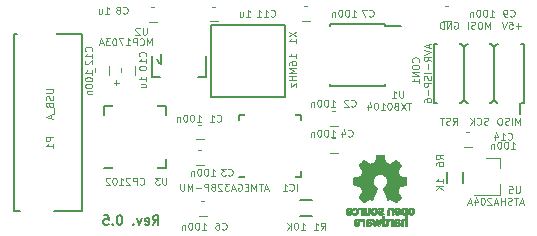
<source format=gbo>
G04 #@! TF.GenerationSoftware,KiCad,Pcbnew,no-vcs-found-44b118f~58~ubuntu16.04.1*
G04 #@! TF.CreationDate,2017-06-12T15:04:32+03:00*
G04 #@! TF.ProjectId,serial_gw_ATMEGA328P,73657269616C5F67775F41544D454741,rev?*
G04 #@! TF.FileFunction,Legend,Bot*
G04 #@! TF.FilePolarity,Positive*
%FSLAX46Y46*%
G04 Gerber Fmt 4.6, Leading zero omitted, Abs format (unit mm)*
G04 Created by KiCad (PCBNEW no-vcs-found-44b118f~58~ubuntu16.04.1) date Mon Jun 12 15:04:32 2017*
%MOMM*%
%LPD*%
G01*
G04 APERTURE LIST*
%ADD10C,0.100000*%
%ADD11C,0.120000*%
%ADD12C,0.140000*%
%ADD13C,0.150000*%
%ADD14C,0.010000*%
%ADD15C,1.901140*%
%ADD16C,3.399740*%
%ADD17R,1.750000X1.750000*%
%ADD18R,1.200000X5.500000*%
%ADD19R,1.700000X5.500000*%
%ADD20R,1.600000X1.150000*%
%ADD21R,1.150000X1.600000*%
%ADD22R,1.670000X2.900000*%
%ADD23R,2.125000X2.125000*%
%ADD24R,0.650000X1.100000*%
%ADD25R,1.100000X0.650000*%
%ADD26R,1.600000X1.300000*%
%ADD27R,1.850000X0.850000*%
%ADD28C,1.149300*%
%ADD29R,2.398980X3.399740*%
%ADD30R,1.400760X1.901140*%
%ADD31R,2.075000X2.075000*%
%ADD32O,0.700000X1.250000*%
%ADD33O,1.250000X0.700000*%
%ADD34R,1.300000X1.600000*%
%ADD35R,1.300000X1.200000*%
G04 APERTURE END LIST*
D10*
D11*
X80071428Y-80542857D02*
X80528571Y-80542857D01*
X80300000Y-80771428D02*
X80300000Y-80314285D01*
D12*
X83381619Y-92563904D02*
X83648285Y-92182952D01*
X83838761Y-92563904D02*
X83838761Y-91763904D01*
X83534000Y-91763904D01*
X83457809Y-91802000D01*
X83419714Y-91840095D01*
X83381619Y-91916285D01*
X83381619Y-92030571D01*
X83419714Y-92106761D01*
X83457809Y-92144857D01*
X83534000Y-92182952D01*
X83838761Y-92182952D01*
X82734000Y-92525809D02*
X82810190Y-92563904D01*
X82962571Y-92563904D01*
X83038761Y-92525809D01*
X83076857Y-92449619D01*
X83076857Y-92144857D01*
X83038761Y-92068666D01*
X82962571Y-92030571D01*
X82810190Y-92030571D01*
X82734000Y-92068666D01*
X82695904Y-92144857D01*
X82695904Y-92221047D01*
X83076857Y-92297238D01*
X82429238Y-92030571D02*
X82238761Y-92563904D01*
X82048285Y-92030571D01*
X81743523Y-92487714D02*
X81705428Y-92525809D01*
X81743523Y-92563904D01*
X81781619Y-92525809D01*
X81743523Y-92487714D01*
X81743523Y-92563904D01*
X80600666Y-91763904D02*
X80524476Y-91763904D01*
X80448285Y-91802000D01*
X80410190Y-91840095D01*
X80372095Y-91916285D01*
X80334000Y-92068666D01*
X80334000Y-92259142D01*
X80372095Y-92411523D01*
X80410190Y-92487714D01*
X80448285Y-92525809D01*
X80524476Y-92563904D01*
X80600666Y-92563904D01*
X80676857Y-92525809D01*
X80714952Y-92487714D01*
X80753047Y-92411523D01*
X80791142Y-92259142D01*
X80791142Y-92068666D01*
X80753047Y-91916285D01*
X80714952Y-91840095D01*
X80676857Y-91802000D01*
X80600666Y-91763904D01*
X79991142Y-92487714D02*
X79953047Y-92525809D01*
X79991142Y-92563904D01*
X80029238Y-92525809D01*
X79991142Y-92487714D01*
X79991142Y-92563904D01*
X79229238Y-91763904D02*
X79610190Y-91763904D01*
X79648285Y-92144857D01*
X79610190Y-92106761D01*
X79534000Y-92068666D01*
X79343523Y-92068666D01*
X79267333Y-92106761D01*
X79229238Y-92144857D01*
X79191142Y-92221047D01*
X79191142Y-92411523D01*
X79229238Y-92487714D01*
X79267333Y-92525809D01*
X79343523Y-92563904D01*
X79534000Y-92563904D01*
X79610190Y-92525809D01*
X79648285Y-92487714D01*
D11*
X108915142Y-75392000D02*
X108972285Y-75363428D01*
X109058000Y-75363428D01*
X109143714Y-75392000D01*
X109200857Y-75449142D01*
X109229428Y-75506285D01*
X109258000Y-75620571D01*
X109258000Y-75706285D01*
X109229428Y-75820571D01*
X109200857Y-75877714D01*
X109143714Y-75934857D01*
X109058000Y-75963428D01*
X109000857Y-75963428D01*
X108915142Y-75934857D01*
X108886571Y-75906285D01*
X108886571Y-75706285D01*
X109000857Y-75706285D01*
X108629428Y-75963428D02*
X108629428Y-75363428D01*
X108286571Y-75963428D01*
X108286571Y-75363428D01*
X108000857Y-75963428D02*
X108000857Y-75363428D01*
X107858000Y-75363428D01*
X107772285Y-75392000D01*
X107715142Y-75449142D01*
X107686571Y-75506285D01*
X107658000Y-75620571D01*
X107658000Y-75706285D01*
X107686571Y-75820571D01*
X107715142Y-75877714D01*
X107772285Y-75934857D01*
X107858000Y-75963428D01*
X108000857Y-75963428D01*
X111940857Y-75963428D02*
X111940857Y-75363428D01*
X111740857Y-75792000D01*
X111540857Y-75363428D01*
X111540857Y-75963428D01*
X111140857Y-75363428D02*
X111026571Y-75363428D01*
X110969428Y-75392000D01*
X110912285Y-75449142D01*
X110883714Y-75563428D01*
X110883714Y-75763428D01*
X110912285Y-75877714D01*
X110969428Y-75934857D01*
X111026571Y-75963428D01*
X111140857Y-75963428D01*
X111198000Y-75934857D01*
X111255142Y-75877714D01*
X111283714Y-75763428D01*
X111283714Y-75563428D01*
X111255142Y-75449142D01*
X111198000Y-75392000D01*
X111140857Y-75363428D01*
X110655142Y-75934857D02*
X110569428Y-75963428D01*
X110426571Y-75963428D01*
X110369428Y-75934857D01*
X110340857Y-75906285D01*
X110312285Y-75849142D01*
X110312285Y-75792000D01*
X110340857Y-75734857D01*
X110369428Y-75706285D01*
X110426571Y-75677714D01*
X110540857Y-75649142D01*
X110598000Y-75620571D01*
X110626571Y-75592000D01*
X110655142Y-75534857D01*
X110655142Y-75477714D01*
X110626571Y-75420571D01*
X110598000Y-75392000D01*
X110540857Y-75363428D01*
X110398000Y-75363428D01*
X110312285Y-75392000D01*
X110055142Y-75963428D02*
X110055142Y-75363428D01*
X114563428Y-75734857D02*
X114106285Y-75734857D01*
X114334857Y-75963428D02*
X114334857Y-75506285D01*
X113534857Y-75363428D02*
X113820571Y-75363428D01*
X113849142Y-75649142D01*
X113820571Y-75620571D01*
X113763428Y-75592000D01*
X113620571Y-75592000D01*
X113563428Y-75620571D01*
X113534857Y-75649142D01*
X113506285Y-75706285D01*
X113506285Y-75849142D01*
X113534857Y-75906285D01*
X113563428Y-75934857D01*
X113620571Y-75963428D01*
X113763428Y-75963428D01*
X113820571Y-75934857D01*
X113849142Y-75906285D01*
X113334857Y-75363428D02*
X113134857Y-75963428D01*
X112934857Y-75363428D01*
X114480857Y-84091428D02*
X114480857Y-83491428D01*
X114280857Y-83920000D01*
X114080857Y-83491428D01*
X114080857Y-84091428D01*
X113795142Y-84091428D02*
X113795142Y-83491428D01*
X113538000Y-84062857D02*
X113452285Y-84091428D01*
X113309428Y-84091428D01*
X113252285Y-84062857D01*
X113223714Y-84034285D01*
X113195142Y-83977142D01*
X113195142Y-83920000D01*
X113223714Y-83862857D01*
X113252285Y-83834285D01*
X113309428Y-83805714D01*
X113423714Y-83777142D01*
X113480857Y-83748571D01*
X113509428Y-83720000D01*
X113538000Y-83662857D01*
X113538000Y-83605714D01*
X113509428Y-83548571D01*
X113480857Y-83520000D01*
X113423714Y-83491428D01*
X113280857Y-83491428D01*
X113195142Y-83520000D01*
X112823714Y-83491428D02*
X112709428Y-83491428D01*
X112652285Y-83520000D01*
X112595142Y-83577142D01*
X112566571Y-83691428D01*
X112566571Y-83891428D01*
X112595142Y-84005714D01*
X112652285Y-84062857D01*
X112709428Y-84091428D01*
X112823714Y-84091428D01*
X112880857Y-84062857D01*
X112938000Y-84005714D01*
X112966571Y-83891428D01*
X112966571Y-83691428D01*
X112938000Y-83577142D01*
X112880857Y-83520000D01*
X112823714Y-83491428D01*
X111769428Y-84062857D02*
X111683714Y-84091428D01*
X111540857Y-84091428D01*
X111483714Y-84062857D01*
X111455142Y-84034285D01*
X111426571Y-83977142D01*
X111426571Y-83920000D01*
X111455142Y-83862857D01*
X111483714Y-83834285D01*
X111540857Y-83805714D01*
X111655142Y-83777142D01*
X111712285Y-83748571D01*
X111740857Y-83720000D01*
X111769428Y-83662857D01*
X111769428Y-83605714D01*
X111740857Y-83548571D01*
X111712285Y-83520000D01*
X111655142Y-83491428D01*
X111512285Y-83491428D01*
X111426571Y-83520000D01*
X110826571Y-84034285D02*
X110855142Y-84062857D01*
X110940857Y-84091428D01*
X110998000Y-84091428D01*
X111083714Y-84062857D01*
X111140857Y-84005714D01*
X111169428Y-83948571D01*
X111198000Y-83834285D01*
X111198000Y-83748571D01*
X111169428Y-83634285D01*
X111140857Y-83577142D01*
X111083714Y-83520000D01*
X110998000Y-83491428D01*
X110940857Y-83491428D01*
X110855142Y-83520000D01*
X110826571Y-83548571D01*
X110569428Y-84091428D02*
X110569428Y-83491428D01*
X110226571Y-84091428D02*
X110483714Y-83748571D01*
X110226571Y-83491428D02*
X110569428Y-83834285D01*
X108786571Y-84091428D02*
X108986571Y-83805714D01*
X109129428Y-84091428D02*
X109129428Y-83491428D01*
X108900857Y-83491428D01*
X108843714Y-83520000D01*
X108815142Y-83548571D01*
X108786571Y-83605714D01*
X108786571Y-83691428D01*
X108815142Y-83748571D01*
X108843714Y-83777142D01*
X108900857Y-83805714D01*
X109129428Y-83805714D01*
X108558000Y-84062857D02*
X108472285Y-84091428D01*
X108329428Y-84091428D01*
X108272285Y-84062857D01*
X108243714Y-84034285D01*
X108215142Y-83977142D01*
X108215142Y-83920000D01*
X108243714Y-83862857D01*
X108272285Y-83834285D01*
X108329428Y-83805714D01*
X108443714Y-83777142D01*
X108500857Y-83748571D01*
X108529428Y-83720000D01*
X108558000Y-83662857D01*
X108558000Y-83605714D01*
X108529428Y-83548571D01*
X108500857Y-83520000D01*
X108443714Y-83491428D01*
X108300857Y-83491428D01*
X108215142Y-83520000D01*
X108043714Y-83491428D02*
X107700857Y-83491428D01*
X107872285Y-84091428D02*
X107872285Y-83491428D01*
D13*
X71604526Y-76373000D02*
X71907046Y-76373000D01*
X77350000Y-91359000D02*
X77350000Y-76373000D01*
X71604880Y-91359000D02*
X71604880Y-76373000D01*
X75203930Y-76373000D02*
X77350000Y-76373000D01*
X75004351Y-91359000D02*
X77350000Y-91359000D01*
X71604880Y-91359000D02*
X72107387Y-91359000D01*
X88340000Y-75690000D02*
X94538800Y-75692000D01*
X88340000Y-81790000D02*
X88340000Y-75690000D01*
X94540000Y-81790000D02*
X88340000Y-81790000D01*
X94538800Y-75692000D02*
X94540000Y-81790000D01*
D14*
G36*
X104524759Y-91131184D02*
X104498247Y-91144282D01*
X104465553Y-91167106D01*
X104441725Y-91191996D01*
X104425406Y-91223249D01*
X104415240Y-91265166D01*
X104409872Y-91322044D01*
X104407944Y-91398184D01*
X104407831Y-91430917D01*
X104408161Y-91502656D01*
X104409527Y-91553927D01*
X104412500Y-91589404D01*
X104417649Y-91613763D01*
X104425543Y-91631680D01*
X104433757Y-91643902D01*
X104486187Y-91695905D01*
X104547930Y-91727184D01*
X104614536Y-91736592D01*
X104681558Y-91722980D01*
X104702792Y-91713354D01*
X104753624Y-91686859D01*
X104753624Y-92102052D01*
X104716525Y-92082868D01*
X104667643Y-92068025D01*
X104607561Y-92064222D01*
X104547564Y-92071243D01*
X104502256Y-92087013D01*
X104464675Y-92117047D01*
X104432564Y-92160024D01*
X104430150Y-92164436D01*
X104419967Y-92185221D01*
X104412530Y-92206170D01*
X104407411Y-92231548D01*
X104404181Y-92265618D01*
X104402413Y-92312641D01*
X104401677Y-92376882D01*
X104401544Y-92449176D01*
X104401544Y-92679822D01*
X104539861Y-92679822D01*
X104539861Y-92254533D01*
X104578549Y-92221979D01*
X104618738Y-92195940D01*
X104656797Y-92191205D01*
X104695066Y-92203389D01*
X104715462Y-92215320D01*
X104730642Y-92232313D01*
X104741438Y-92257995D01*
X104748683Y-92295991D01*
X104753208Y-92349926D01*
X104755844Y-92423425D01*
X104756772Y-92472347D01*
X104759911Y-92673535D01*
X104825926Y-92677336D01*
X104891940Y-92681136D01*
X104891940Y-91432650D01*
X104753624Y-91432650D01*
X104750097Y-91502254D01*
X104738215Y-91550569D01*
X104716020Y-91580631D01*
X104681559Y-91595471D01*
X104646742Y-91598436D01*
X104607329Y-91595028D01*
X104581171Y-91581617D01*
X104564814Y-91563896D01*
X104551937Y-91544835D01*
X104544272Y-91523601D01*
X104540861Y-91493849D01*
X104540749Y-91449236D01*
X104541897Y-91411880D01*
X104544532Y-91355604D01*
X104548456Y-91318658D01*
X104555063Y-91295223D01*
X104565749Y-91279480D01*
X104575833Y-91270380D01*
X104617970Y-91250537D01*
X104667840Y-91247332D01*
X104696476Y-91254168D01*
X104724828Y-91278464D01*
X104743609Y-91325728D01*
X104752712Y-91395624D01*
X104753624Y-91432650D01*
X104891940Y-91432650D01*
X104891940Y-91120614D01*
X104822782Y-91120614D01*
X104781260Y-91122256D01*
X104759838Y-91128087D01*
X104753626Y-91139461D01*
X104753624Y-91139798D01*
X104750742Y-91150938D01*
X104738030Y-91149673D01*
X104712757Y-91137433D01*
X104653869Y-91118707D01*
X104587615Y-91116739D01*
X104524759Y-91131184D01*
X104524759Y-91131184D01*
G37*
X104524759Y-91131184D02*
X104498247Y-91144282D01*
X104465553Y-91167106D01*
X104441725Y-91191996D01*
X104425406Y-91223249D01*
X104415240Y-91265166D01*
X104409872Y-91322044D01*
X104407944Y-91398184D01*
X104407831Y-91430917D01*
X104408161Y-91502656D01*
X104409527Y-91553927D01*
X104412500Y-91589404D01*
X104417649Y-91613763D01*
X104425543Y-91631680D01*
X104433757Y-91643902D01*
X104486187Y-91695905D01*
X104547930Y-91727184D01*
X104614536Y-91736592D01*
X104681558Y-91722980D01*
X104702792Y-91713354D01*
X104753624Y-91686859D01*
X104753624Y-92102052D01*
X104716525Y-92082868D01*
X104667643Y-92068025D01*
X104607561Y-92064222D01*
X104547564Y-92071243D01*
X104502256Y-92087013D01*
X104464675Y-92117047D01*
X104432564Y-92160024D01*
X104430150Y-92164436D01*
X104419967Y-92185221D01*
X104412530Y-92206170D01*
X104407411Y-92231548D01*
X104404181Y-92265618D01*
X104402413Y-92312641D01*
X104401677Y-92376882D01*
X104401544Y-92449176D01*
X104401544Y-92679822D01*
X104539861Y-92679822D01*
X104539861Y-92254533D01*
X104578549Y-92221979D01*
X104618738Y-92195940D01*
X104656797Y-92191205D01*
X104695066Y-92203389D01*
X104715462Y-92215320D01*
X104730642Y-92232313D01*
X104741438Y-92257995D01*
X104748683Y-92295991D01*
X104753208Y-92349926D01*
X104755844Y-92423425D01*
X104756772Y-92472347D01*
X104759911Y-92673535D01*
X104825926Y-92677336D01*
X104891940Y-92681136D01*
X104891940Y-91432650D01*
X104753624Y-91432650D01*
X104750097Y-91502254D01*
X104738215Y-91550569D01*
X104716020Y-91580631D01*
X104681559Y-91595471D01*
X104646742Y-91598436D01*
X104607329Y-91595028D01*
X104581171Y-91581617D01*
X104564814Y-91563896D01*
X104551937Y-91544835D01*
X104544272Y-91523601D01*
X104540861Y-91493849D01*
X104540749Y-91449236D01*
X104541897Y-91411880D01*
X104544532Y-91355604D01*
X104548456Y-91318658D01*
X104555063Y-91295223D01*
X104565749Y-91279480D01*
X104575833Y-91270380D01*
X104617970Y-91250537D01*
X104667840Y-91247332D01*
X104696476Y-91254168D01*
X104724828Y-91278464D01*
X104743609Y-91325728D01*
X104752712Y-91395624D01*
X104753624Y-91432650D01*
X104891940Y-91432650D01*
X104891940Y-91120614D01*
X104822782Y-91120614D01*
X104781260Y-91122256D01*
X104759838Y-91128087D01*
X104753626Y-91139461D01*
X104753624Y-91139798D01*
X104750742Y-91150938D01*
X104738030Y-91149673D01*
X104712757Y-91137433D01*
X104653869Y-91118707D01*
X104587615Y-91116739D01*
X104524759Y-91131184D01*
G36*
X104000210Y-92068555D02*
X103941055Y-92084339D01*
X103896023Y-92112948D01*
X103864246Y-92150419D01*
X103854366Y-92166411D01*
X103847073Y-92183163D01*
X103841974Y-92204592D01*
X103838679Y-92234616D01*
X103836797Y-92277154D01*
X103835937Y-92336122D01*
X103835707Y-92415440D01*
X103835703Y-92436484D01*
X103835703Y-92679822D01*
X103896059Y-92679822D01*
X103934557Y-92677126D01*
X103963023Y-92670295D01*
X103970155Y-92666083D01*
X103989652Y-92658813D01*
X104009566Y-92666083D01*
X104042353Y-92675160D01*
X104089978Y-92678813D01*
X104142764Y-92677228D01*
X104191036Y-92670589D01*
X104219218Y-92662072D01*
X104273753Y-92627063D01*
X104307835Y-92578479D01*
X104323157Y-92513882D01*
X104323299Y-92512223D01*
X104321955Y-92483566D01*
X104200356Y-92483566D01*
X104189726Y-92516161D01*
X104172410Y-92534505D01*
X104137652Y-92548379D01*
X104091773Y-92553917D01*
X104044988Y-92551191D01*
X104007514Y-92540274D01*
X103997015Y-92533269D01*
X103978668Y-92500904D01*
X103974020Y-92464111D01*
X103974020Y-92415763D01*
X104043582Y-92415763D01*
X104109667Y-92420850D01*
X104159764Y-92435263D01*
X104190929Y-92457729D01*
X104200356Y-92483566D01*
X104321955Y-92483566D01*
X104319987Y-92441647D01*
X104296710Y-92385845D01*
X104252948Y-92343647D01*
X104246899Y-92339808D01*
X104220907Y-92327309D01*
X104188735Y-92319740D01*
X104143760Y-92316061D01*
X104090331Y-92315216D01*
X103974020Y-92315169D01*
X103974020Y-92266411D01*
X103978953Y-92228581D01*
X103991543Y-92203236D01*
X103993017Y-92201887D01*
X104021034Y-92190800D01*
X104063326Y-92186503D01*
X104110064Y-92188615D01*
X104151418Y-92196756D01*
X104175957Y-92208965D01*
X104189253Y-92218746D01*
X104203294Y-92220613D01*
X104222671Y-92212600D01*
X104251976Y-92192739D01*
X104295803Y-92159063D01*
X104299825Y-92155909D01*
X104297764Y-92144236D01*
X104280568Y-92124822D01*
X104254433Y-92103248D01*
X104225552Y-92085096D01*
X104216478Y-92080809D01*
X104183380Y-92072256D01*
X104134880Y-92066155D01*
X104080695Y-92063708D01*
X104078161Y-92063703D01*
X104000210Y-92068555D01*
X104000210Y-92068555D01*
G37*
X104000210Y-92068555D02*
X103941055Y-92084339D01*
X103896023Y-92112948D01*
X103864246Y-92150419D01*
X103854366Y-92166411D01*
X103847073Y-92183163D01*
X103841974Y-92204592D01*
X103838679Y-92234616D01*
X103836797Y-92277154D01*
X103835937Y-92336122D01*
X103835707Y-92415440D01*
X103835703Y-92436484D01*
X103835703Y-92679822D01*
X103896059Y-92679822D01*
X103934557Y-92677126D01*
X103963023Y-92670295D01*
X103970155Y-92666083D01*
X103989652Y-92658813D01*
X104009566Y-92666083D01*
X104042353Y-92675160D01*
X104089978Y-92678813D01*
X104142764Y-92677228D01*
X104191036Y-92670589D01*
X104219218Y-92662072D01*
X104273753Y-92627063D01*
X104307835Y-92578479D01*
X104323157Y-92513882D01*
X104323299Y-92512223D01*
X104321955Y-92483566D01*
X104200356Y-92483566D01*
X104189726Y-92516161D01*
X104172410Y-92534505D01*
X104137652Y-92548379D01*
X104091773Y-92553917D01*
X104044988Y-92551191D01*
X104007514Y-92540274D01*
X103997015Y-92533269D01*
X103978668Y-92500904D01*
X103974020Y-92464111D01*
X103974020Y-92415763D01*
X104043582Y-92415763D01*
X104109667Y-92420850D01*
X104159764Y-92435263D01*
X104190929Y-92457729D01*
X104200356Y-92483566D01*
X104321955Y-92483566D01*
X104319987Y-92441647D01*
X104296710Y-92385845D01*
X104252948Y-92343647D01*
X104246899Y-92339808D01*
X104220907Y-92327309D01*
X104188735Y-92319740D01*
X104143760Y-92316061D01*
X104090331Y-92315216D01*
X103974020Y-92315169D01*
X103974020Y-92266411D01*
X103978953Y-92228581D01*
X103991543Y-92203236D01*
X103993017Y-92201887D01*
X104021034Y-92190800D01*
X104063326Y-92186503D01*
X104110064Y-92188615D01*
X104151418Y-92196756D01*
X104175957Y-92208965D01*
X104189253Y-92218746D01*
X104203294Y-92220613D01*
X104222671Y-92212600D01*
X104251976Y-92192739D01*
X104295803Y-92159063D01*
X104299825Y-92155909D01*
X104297764Y-92144236D01*
X104280568Y-92124822D01*
X104254433Y-92103248D01*
X104225552Y-92085096D01*
X104216478Y-92080809D01*
X104183380Y-92072256D01*
X104134880Y-92066155D01*
X104080695Y-92063708D01*
X104078161Y-92063703D01*
X104000210Y-92068555D01*
G36*
X103609356Y-92065020D02*
X103590539Y-92070660D01*
X103584473Y-92083053D01*
X103584218Y-92088647D01*
X103583129Y-92104230D01*
X103575632Y-92106676D01*
X103555381Y-92095993D01*
X103543351Y-92088694D01*
X103505400Y-92073063D01*
X103460072Y-92065334D01*
X103412544Y-92064740D01*
X103367995Y-92070513D01*
X103331602Y-92081884D01*
X103308543Y-92098088D01*
X103303996Y-92118355D01*
X103306291Y-92123843D01*
X103323020Y-92146626D01*
X103348963Y-92174647D01*
X103353655Y-92179177D01*
X103378383Y-92200005D01*
X103399718Y-92206735D01*
X103429555Y-92202038D01*
X103441508Y-92198917D01*
X103478705Y-92191421D01*
X103504859Y-92194792D01*
X103526946Y-92206681D01*
X103547178Y-92222635D01*
X103562079Y-92242700D01*
X103572434Y-92270702D01*
X103579029Y-92310467D01*
X103582649Y-92365823D01*
X103584078Y-92440594D01*
X103584218Y-92485740D01*
X103584218Y-92679822D01*
X103709960Y-92679822D01*
X103709960Y-92063683D01*
X103647089Y-92063683D01*
X103609356Y-92065020D01*
X103609356Y-92065020D01*
G37*
X103609356Y-92065020D02*
X103590539Y-92070660D01*
X103584473Y-92083053D01*
X103584218Y-92088647D01*
X103583129Y-92104230D01*
X103575632Y-92106676D01*
X103555381Y-92095993D01*
X103543351Y-92088694D01*
X103505400Y-92073063D01*
X103460072Y-92065334D01*
X103412544Y-92064740D01*
X103367995Y-92070513D01*
X103331602Y-92081884D01*
X103308543Y-92098088D01*
X103303996Y-92118355D01*
X103306291Y-92123843D01*
X103323020Y-92146626D01*
X103348963Y-92174647D01*
X103353655Y-92179177D01*
X103378383Y-92200005D01*
X103399718Y-92206735D01*
X103429555Y-92202038D01*
X103441508Y-92198917D01*
X103478705Y-92191421D01*
X103504859Y-92194792D01*
X103526946Y-92206681D01*
X103547178Y-92222635D01*
X103562079Y-92242700D01*
X103572434Y-92270702D01*
X103579029Y-92310467D01*
X103582649Y-92365823D01*
X103584078Y-92440594D01*
X103584218Y-92485740D01*
X103584218Y-92679822D01*
X103709960Y-92679822D01*
X103709960Y-92063683D01*
X103647089Y-92063683D01*
X103609356Y-92065020D01*
G36*
X102817188Y-92679822D02*
X102886346Y-92679822D01*
X102926488Y-92678645D01*
X102947394Y-92673772D01*
X102954922Y-92663186D01*
X102955505Y-92656029D01*
X102956774Y-92641676D01*
X102964779Y-92638923D01*
X102985815Y-92647771D01*
X103002173Y-92656029D01*
X103064977Y-92675597D01*
X103133248Y-92676729D01*
X103188752Y-92662135D01*
X103240438Y-92626877D01*
X103279838Y-92574835D01*
X103301413Y-92513450D01*
X103301962Y-92510018D01*
X103305167Y-92472571D01*
X103306761Y-92418813D01*
X103306633Y-92378155D01*
X103169279Y-92378155D01*
X103166097Y-92432194D01*
X103158859Y-92476735D01*
X103149060Y-92501888D01*
X103111989Y-92536260D01*
X103067974Y-92548582D01*
X103022584Y-92538618D01*
X102983797Y-92508895D01*
X102969108Y-92488905D01*
X102960519Y-92465050D01*
X102956496Y-92430230D01*
X102955505Y-92377930D01*
X102957278Y-92326139D01*
X102961963Y-92280634D01*
X102968603Y-92250181D01*
X102969710Y-92247452D01*
X102996491Y-92215000D01*
X103035579Y-92197183D01*
X103079315Y-92194306D01*
X103120038Y-92206674D01*
X103150087Y-92234593D01*
X103153204Y-92240148D01*
X103162961Y-92274022D01*
X103168277Y-92322728D01*
X103169279Y-92378155D01*
X103306633Y-92378155D01*
X103306568Y-92357540D01*
X103305664Y-92324563D01*
X103299514Y-92242981D01*
X103286733Y-92181730D01*
X103265471Y-92136449D01*
X103233878Y-92102779D01*
X103203207Y-92083014D01*
X103160354Y-92069120D01*
X103107056Y-92064354D01*
X103052480Y-92068236D01*
X103005792Y-92080282D01*
X102981124Y-92094693D01*
X102955505Y-92117878D01*
X102955505Y-91824773D01*
X102817188Y-91824773D01*
X102817188Y-92679822D01*
X102817188Y-92679822D01*
G37*
X102817188Y-92679822D02*
X102886346Y-92679822D01*
X102926488Y-92678645D01*
X102947394Y-92673772D01*
X102954922Y-92663186D01*
X102955505Y-92656029D01*
X102956774Y-92641676D01*
X102964779Y-92638923D01*
X102985815Y-92647771D01*
X103002173Y-92656029D01*
X103064977Y-92675597D01*
X103133248Y-92676729D01*
X103188752Y-92662135D01*
X103240438Y-92626877D01*
X103279838Y-92574835D01*
X103301413Y-92513450D01*
X103301962Y-92510018D01*
X103305167Y-92472571D01*
X103306761Y-92418813D01*
X103306633Y-92378155D01*
X103169279Y-92378155D01*
X103166097Y-92432194D01*
X103158859Y-92476735D01*
X103149060Y-92501888D01*
X103111989Y-92536260D01*
X103067974Y-92548582D01*
X103022584Y-92538618D01*
X102983797Y-92508895D01*
X102969108Y-92488905D01*
X102960519Y-92465050D01*
X102956496Y-92430230D01*
X102955505Y-92377930D01*
X102957278Y-92326139D01*
X102961963Y-92280634D01*
X102968603Y-92250181D01*
X102969710Y-92247452D01*
X102996491Y-92215000D01*
X103035579Y-92197183D01*
X103079315Y-92194306D01*
X103120038Y-92206674D01*
X103150087Y-92234593D01*
X103153204Y-92240148D01*
X103162961Y-92274022D01*
X103168277Y-92322728D01*
X103169279Y-92378155D01*
X103306633Y-92378155D01*
X103306568Y-92357540D01*
X103305664Y-92324563D01*
X103299514Y-92242981D01*
X103286733Y-92181730D01*
X103265471Y-92136449D01*
X103233878Y-92102779D01*
X103203207Y-92083014D01*
X103160354Y-92069120D01*
X103107056Y-92064354D01*
X103052480Y-92068236D01*
X103005792Y-92080282D01*
X102981124Y-92094693D01*
X102955505Y-92117878D01*
X102955505Y-91824773D01*
X102817188Y-91824773D01*
X102817188Y-92679822D01*
G36*
X102334476Y-92066237D02*
X102284745Y-92069971D01*
X102154709Y-92459773D01*
X102134322Y-92390614D01*
X102122054Y-92347874D01*
X102105915Y-92290115D01*
X102088488Y-92226625D01*
X102079274Y-92192570D01*
X102044612Y-92063683D01*
X101901609Y-92063683D01*
X101944354Y-92198857D01*
X101965404Y-92265342D01*
X101990833Y-92345539D01*
X102017390Y-92429193D01*
X102041098Y-92503782D01*
X102095098Y-92673535D01*
X102153402Y-92677328D01*
X102211705Y-92681122D01*
X102243321Y-92576734D01*
X102262818Y-92511889D01*
X102284096Y-92440400D01*
X102302692Y-92377263D01*
X102303426Y-92374750D01*
X102317316Y-92331969D01*
X102329571Y-92302779D01*
X102338154Y-92291741D01*
X102339918Y-92293018D01*
X102346109Y-92310130D01*
X102357872Y-92346787D01*
X102373775Y-92398378D01*
X102392386Y-92460294D01*
X102402457Y-92494352D01*
X102456993Y-92679822D01*
X102572736Y-92679822D01*
X102665263Y-92387471D01*
X102691256Y-92305462D01*
X102714934Y-92230987D01*
X102735180Y-92167544D01*
X102750874Y-92118632D01*
X102760898Y-92087749D01*
X102763945Y-92078726D01*
X102761533Y-92069487D01*
X102742592Y-92065441D01*
X102703177Y-92065846D01*
X102697007Y-92066152D01*
X102623914Y-92069971D01*
X102576043Y-92246010D01*
X102558447Y-92310211D01*
X102542723Y-92366649D01*
X102530254Y-92410422D01*
X102522426Y-92436630D01*
X102520980Y-92440903D01*
X102514986Y-92435990D01*
X102502899Y-92410532D01*
X102486107Y-92367997D01*
X102465997Y-92311850D01*
X102448997Y-92261130D01*
X102384206Y-92062504D01*
X102334476Y-92066237D01*
X102334476Y-92066237D01*
G37*
X102334476Y-92066237D02*
X102284745Y-92069971D01*
X102154709Y-92459773D01*
X102134322Y-92390614D01*
X102122054Y-92347874D01*
X102105915Y-92290115D01*
X102088488Y-92226625D01*
X102079274Y-92192570D01*
X102044612Y-92063683D01*
X101901609Y-92063683D01*
X101944354Y-92198857D01*
X101965404Y-92265342D01*
X101990833Y-92345539D01*
X102017390Y-92429193D01*
X102041098Y-92503782D01*
X102095098Y-92673535D01*
X102153402Y-92677328D01*
X102211705Y-92681122D01*
X102243321Y-92576734D01*
X102262818Y-92511889D01*
X102284096Y-92440400D01*
X102302692Y-92377263D01*
X102303426Y-92374750D01*
X102317316Y-92331969D01*
X102329571Y-92302779D01*
X102338154Y-92291741D01*
X102339918Y-92293018D01*
X102346109Y-92310130D01*
X102357872Y-92346787D01*
X102373775Y-92398378D01*
X102392386Y-92460294D01*
X102402457Y-92494352D01*
X102456993Y-92679822D01*
X102572736Y-92679822D01*
X102665263Y-92387471D01*
X102691256Y-92305462D01*
X102714934Y-92230987D01*
X102735180Y-92167544D01*
X102750874Y-92118632D01*
X102760898Y-92087749D01*
X102763945Y-92078726D01*
X102761533Y-92069487D01*
X102742592Y-92065441D01*
X102703177Y-92065846D01*
X102697007Y-92066152D01*
X102623914Y-92069971D01*
X102576043Y-92246010D01*
X102558447Y-92310211D01*
X102542723Y-92366649D01*
X102530254Y-92410422D01*
X102522426Y-92436630D01*
X102520980Y-92440903D01*
X102514986Y-92435990D01*
X102502899Y-92410532D01*
X102486107Y-92367997D01*
X102465997Y-92311850D01*
X102448997Y-92261130D01*
X102384206Y-92062504D01*
X102334476Y-92066237D01*
G36*
X101577589Y-92067417D02*
X101524589Y-92080290D01*
X101509269Y-92087110D01*
X101479572Y-92104974D01*
X101456780Y-92125093D01*
X101439917Y-92150962D01*
X101428002Y-92186073D01*
X101420058Y-92233920D01*
X101415106Y-92297996D01*
X101412169Y-92381794D01*
X101411053Y-92437768D01*
X101406948Y-92679822D01*
X101477068Y-92679822D01*
X101519607Y-92678038D01*
X101541524Y-92671942D01*
X101547188Y-92661706D01*
X101550179Y-92650637D01*
X101563549Y-92652754D01*
X101581767Y-92661629D01*
X101627376Y-92675233D01*
X101685993Y-92678899D01*
X101747646Y-92672903D01*
X101802362Y-92657521D01*
X101807270Y-92655386D01*
X101857277Y-92620255D01*
X101890244Y-92571419D01*
X101905413Y-92514333D01*
X101904254Y-92493824D01*
X101780492Y-92493824D01*
X101769587Y-92521425D01*
X101737255Y-92541204D01*
X101685090Y-92551819D01*
X101657213Y-92553228D01*
X101610753Y-92549620D01*
X101579871Y-92535597D01*
X101572336Y-92528931D01*
X101551924Y-92492666D01*
X101547188Y-92459773D01*
X101547188Y-92415763D01*
X101608487Y-92415763D01*
X101679744Y-92419395D01*
X101729724Y-92430818D01*
X101761304Y-92450824D01*
X101768374Y-92459743D01*
X101780492Y-92493824D01*
X101904254Y-92493824D01*
X101902029Y-92454456D01*
X101879337Y-92397244D01*
X101848376Y-92358580D01*
X101829624Y-92341864D01*
X101811267Y-92330878D01*
X101787381Y-92324180D01*
X101752043Y-92320326D01*
X101699331Y-92317873D01*
X101678423Y-92317168D01*
X101547188Y-92312879D01*
X101547380Y-92273158D01*
X101552463Y-92231405D01*
X101570838Y-92206158D01*
X101607961Y-92190030D01*
X101608957Y-92189742D01*
X101661590Y-92183400D01*
X101713094Y-92191684D01*
X101751370Y-92211827D01*
X101766728Y-92221773D01*
X101783270Y-92220397D01*
X101808725Y-92205987D01*
X101823672Y-92195817D01*
X101852909Y-92174088D01*
X101871020Y-92157800D01*
X101873926Y-92153137D01*
X101861960Y-92129005D01*
X101826604Y-92100185D01*
X101811247Y-92090461D01*
X101767099Y-92073714D01*
X101707602Y-92064227D01*
X101641513Y-92062095D01*
X101577589Y-92067417D01*
X101577589Y-92067417D01*
G37*
X101577589Y-92067417D02*
X101524589Y-92080290D01*
X101509269Y-92087110D01*
X101479572Y-92104974D01*
X101456780Y-92125093D01*
X101439917Y-92150962D01*
X101428002Y-92186073D01*
X101420058Y-92233920D01*
X101415106Y-92297996D01*
X101412169Y-92381794D01*
X101411053Y-92437768D01*
X101406948Y-92679822D01*
X101477068Y-92679822D01*
X101519607Y-92678038D01*
X101541524Y-92671942D01*
X101547188Y-92661706D01*
X101550179Y-92650637D01*
X101563549Y-92652754D01*
X101581767Y-92661629D01*
X101627376Y-92675233D01*
X101685993Y-92678899D01*
X101747646Y-92672903D01*
X101802362Y-92657521D01*
X101807270Y-92655386D01*
X101857277Y-92620255D01*
X101890244Y-92571419D01*
X101905413Y-92514333D01*
X101904254Y-92493824D01*
X101780492Y-92493824D01*
X101769587Y-92521425D01*
X101737255Y-92541204D01*
X101685090Y-92551819D01*
X101657213Y-92553228D01*
X101610753Y-92549620D01*
X101579871Y-92535597D01*
X101572336Y-92528931D01*
X101551924Y-92492666D01*
X101547188Y-92459773D01*
X101547188Y-92415763D01*
X101608487Y-92415763D01*
X101679744Y-92419395D01*
X101729724Y-92430818D01*
X101761304Y-92450824D01*
X101768374Y-92459743D01*
X101780492Y-92493824D01*
X101904254Y-92493824D01*
X101902029Y-92454456D01*
X101879337Y-92397244D01*
X101848376Y-92358580D01*
X101829624Y-92341864D01*
X101811267Y-92330878D01*
X101787381Y-92324180D01*
X101752043Y-92320326D01*
X101699331Y-92317873D01*
X101678423Y-92317168D01*
X101547188Y-92312879D01*
X101547380Y-92273158D01*
X101552463Y-92231405D01*
X101570838Y-92206158D01*
X101607961Y-92190030D01*
X101608957Y-92189742D01*
X101661590Y-92183400D01*
X101713094Y-92191684D01*
X101751370Y-92211827D01*
X101766728Y-92221773D01*
X101783270Y-92220397D01*
X101808725Y-92205987D01*
X101823672Y-92195817D01*
X101852909Y-92174088D01*
X101871020Y-92157800D01*
X101873926Y-92153137D01*
X101861960Y-92129005D01*
X101826604Y-92100185D01*
X101811247Y-92090461D01*
X101767099Y-92073714D01*
X101707602Y-92064227D01*
X101641513Y-92062095D01*
X101577589Y-92067417D01*
G36*
X100980745Y-92063486D02*
X100932405Y-92073015D01*
X100904886Y-92087125D01*
X100875936Y-92110568D01*
X100917124Y-92162571D01*
X100942518Y-92194064D01*
X100959762Y-92209428D01*
X100976898Y-92211776D01*
X101001973Y-92204217D01*
X101013743Y-92199941D01*
X101061730Y-92193631D01*
X101105676Y-92207156D01*
X101137940Y-92237710D01*
X101143181Y-92247452D01*
X101148888Y-92273258D01*
X101153294Y-92320817D01*
X101156189Y-92386758D01*
X101157369Y-92467710D01*
X101157386Y-92479226D01*
X101157386Y-92679822D01*
X101295703Y-92679822D01*
X101295703Y-92063683D01*
X101226544Y-92063683D01*
X101186667Y-92064725D01*
X101165893Y-92069358D01*
X101158211Y-92079849D01*
X101157386Y-92089745D01*
X101157386Y-92115806D01*
X101124255Y-92089745D01*
X101086265Y-92071965D01*
X101035230Y-92063174D01*
X100980745Y-92063486D01*
X100980745Y-92063486D01*
G37*
X100980745Y-92063486D02*
X100932405Y-92073015D01*
X100904886Y-92087125D01*
X100875936Y-92110568D01*
X100917124Y-92162571D01*
X100942518Y-92194064D01*
X100959762Y-92209428D01*
X100976898Y-92211776D01*
X101001973Y-92204217D01*
X101013743Y-92199941D01*
X101061730Y-92193631D01*
X101105676Y-92207156D01*
X101137940Y-92237710D01*
X101143181Y-92247452D01*
X101148888Y-92273258D01*
X101153294Y-92320817D01*
X101156189Y-92386758D01*
X101157369Y-92467710D01*
X101157386Y-92479226D01*
X101157386Y-92679822D01*
X101295703Y-92679822D01*
X101295703Y-92063683D01*
X101226544Y-92063683D01*
X101186667Y-92064725D01*
X101165893Y-92069358D01*
X101158211Y-92079849D01*
X101157386Y-92089745D01*
X101157386Y-92115806D01*
X101124255Y-92089745D01*
X101086265Y-92071965D01*
X101035230Y-92063174D01*
X100980745Y-92063486D01*
G36*
X100583419Y-92066970D02*
X100523315Y-92082597D01*
X100472979Y-92114848D01*
X100448607Y-92138940D01*
X100408655Y-92195895D01*
X100385758Y-92261965D01*
X100377892Y-92343182D01*
X100377852Y-92349748D01*
X100377782Y-92415763D01*
X100757736Y-92415763D01*
X100749637Y-92450342D01*
X100735013Y-92481659D01*
X100709419Y-92514291D01*
X100704065Y-92519500D01*
X100658057Y-92547694D01*
X100605590Y-92552475D01*
X100545197Y-92533926D01*
X100534960Y-92528931D01*
X100503561Y-92513745D01*
X100482530Y-92505094D01*
X100478861Y-92504293D01*
X100466052Y-92512063D01*
X100441622Y-92531072D01*
X100429221Y-92541460D01*
X100403524Y-92565321D01*
X100395085Y-92581077D01*
X100400942Y-92595571D01*
X100404072Y-92599534D01*
X100425275Y-92616879D01*
X100460262Y-92637959D01*
X100484663Y-92650265D01*
X100553928Y-92671946D01*
X100630612Y-92678971D01*
X100703235Y-92670647D01*
X100723574Y-92664686D01*
X100786524Y-92630952D01*
X100833185Y-92579045D01*
X100863827Y-92508459D01*
X100878718Y-92418692D01*
X100880353Y-92371753D01*
X100875579Y-92303413D01*
X100755010Y-92303413D01*
X100743348Y-92308465D01*
X100712002Y-92312429D01*
X100666429Y-92314768D01*
X100635554Y-92315169D01*
X100580019Y-92314783D01*
X100544967Y-92312975D01*
X100525738Y-92308773D01*
X100517670Y-92301203D01*
X100516099Y-92290218D01*
X100526879Y-92256381D01*
X100554020Y-92222940D01*
X100589723Y-92197272D01*
X100625440Y-92186772D01*
X100673952Y-92196086D01*
X100715947Y-92223013D01*
X100745064Y-92261827D01*
X100755010Y-92303413D01*
X100875579Y-92303413D01*
X100873401Y-92272236D01*
X100851945Y-92192949D01*
X100815530Y-92133263D01*
X100763703Y-92092549D01*
X100696010Y-92070179D01*
X100659338Y-92065871D01*
X100583419Y-92066970D01*
X100583419Y-92066970D01*
G37*
X100583419Y-92066970D02*
X100523315Y-92082597D01*
X100472979Y-92114848D01*
X100448607Y-92138940D01*
X100408655Y-92195895D01*
X100385758Y-92261965D01*
X100377892Y-92343182D01*
X100377852Y-92349748D01*
X100377782Y-92415763D01*
X100757736Y-92415763D01*
X100749637Y-92450342D01*
X100735013Y-92481659D01*
X100709419Y-92514291D01*
X100704065Y-92519500D01*
X100658057Y-92547694D01*
X100605590Y-92552475D01*
X100545197Y-92533926D01*
X100534960Y-92528931D01*
X100503561Y-92513745D01*
X100482530Y-92505094D01*
X100478861Y-92504293D01*
X100466052Y-92512063D01*
X100441622Y-92531072D01*
X100429221Y-92541460D01*
X100403524Y-92565321D01*
X100395085Y-92581077D01*
X100400942Y-92595571D01*
X100404072Y-92599534D01*
X100425275Y-92616879D01*
X100460262Y-92637959D01*
X100484663Y-92650265D01*
X100553928Y-92671946D01*
X100630612Y-92678971D01*
X100703235Y-92670647D01*
X100723574Y-92664686D01*
X100786524Y-92630952D01*
X100833185Y-92579045D01*
X100863827Y-92508459D01*
X100878718Y-92418692D01*
X100880353Y-92371753D01*
X100875579Y-92303413D01*
X100755010Y-92303413D01*
X100743348Y-92308465D01*
X100712002Y-92312429D01*
X100666429Y-92314768D01*
X100635554Y-92315169D01*
X100580019Y-92314783D01*
X100544967Y-92312975D01*
X100525738Y-92308773D01*
X100517670Y-92301203D01*
X100516099Y-92290218D01*
X100526879Y-92256381D01*
X100554020Y-92222940D01*
X100589723Y-92197272D01*
X100625440Y-92186772D01*
X100673952Y-92196086D01*
X100715947Y-92223013D01*
X100745064Y-92261827D01*
X100755010Y-92303413D01*
X100875579Y-92303413D01*
X100873401Y-92272236D01*
X100851945Y-92192949D01*
X100815530Y-92133263D01*
X100763703Y-92092549D01*
X100696010Y-92070179D01*
X100659338Y-92065871D01*
X100583419Y-92066970D01*
G36*
X105154261Y-91127148D02*
X105088479Y-91156231D01*
X105038540Y-91204793D01*
X105004374Y-91272908D01*
X104985907Y-91360651D01*
X104984583Y-91374351D01*
X104983546Y-91470939D01*
X104996993Y-91555602D01*
X105024108Y-91624221D01*
X105038627Y-91646294D01*
X105089201Y-91693011D01*
X105153609Y-91723268D01*
X105225666Y-91735824D01*
X105299185Y-91729439D01*
X105355072Y-91709772D01*
X105403132Y-91676629D01*
X105442412Y-91633175D01*
X105443092Y-91632158D01*
X105459044Y-91605338D01*
X105469410Y-91578368D01*
X105475688Y-91544332D01*
X105479373Y-91496310D01*
X105480997Y-91456931D01*
X105481672Y-91421219D01*
X105355955Y-91421219D01*
X105354726Y-91456770D01*
X105350266Y-91504094D01*
X105342397Y-91534465D01*
X105328207Y-91556072D01*
X105314917Y-91568694D01*
X105267802Y-91595122D01*
X105218505Y-91598653D01*
X105172593Y-91579639D01*
X105149638Y-91558331D01*
X105133096Y-91536859D01*
X105123421Y-91516313D01*
X105119174Y-91489574D01*
X105118920Y-91449523D01*
X105120228Y-91412638D01*
X105123043Y-91359947D01*
X105127505Y-91325772D01*
X105135548Y-91303480D01*
X105149103Y-91286442D01*
X105159845Y-91276703D01*
X105204777Y-91251123D01*
X105253249Y-91249847D01*
X105293894Y-91264999D01*
X105328567Y-91296642D01*
X105349224Y-91348620D01*
X105355955Y-91421219D01*
X105481672Y-91421219D01*
X105482479Y-91378621D01*
X105479948Y-91320056D01*
X105472362Y-91276007D01*
X105458681Y-91241248D01*
X105437865Y-91210551D01*
X105430147Y-91201436D01*
X105381889Y-91156021D01*
X105330128Y-91129493D01*
X105266828Y-91118379D01*
X105235961Y-91117471D01*
X105154261Y-91127148D01*
X105154261Y-91127148D01*
G37*
X105154261Y-91127148D02*
X105088479Y-91156231D01*
X105038540Y-91204793D01*
X105004374Y-91272908D01*
X104985907Y-91360651D01*
X104984583Y-91374351D01*
X104983546Y-91470939D01*
X104996993Y-91555602D01*
X105024108Y-91624221D01*
X105038627Y-91646294D01*
X105089201Y-91693011D01*
X105153609Y-91723268D01*
X105225666Y-91735824D01*
X105299185Y-91729439D01*
X105355072Y-91709772D01*
X105403132Y-91676629D01*
X105442412Y-91633175D01*
X105443092Y-91632158D01*
X105459044Y-91605338D01*
X105469410Y-91578368D01*
X105475688Y-91544332D01*
X105479373Y-91496310D01*
X105480997Y-91456931D01*
X105481672Y-91421219D01*
X105355955Y-91421219D01*
X105354726Y-91456770D01*
X105350266Y-91504094D01*
X105342397Y-91534465D01*
X105328207Y-91556072D01*
X105314917Y-91568694D01*
X105267802Y-91595122D01*
X105218505Y-91598653D01*
X105172593Y-91579639D01*
X105149638Y-91558331D01*
X105133096Y-91536859D01*
X105123421Y-91516313D01*
X105119174Y-91489574D01*
X105118920Y-91449523D01*
X105120228Y-91412638D01*
X105123043Y-91359947D01*
X105127505Y-91325772D01*
X105135548Y-91303480D01*
X105149103Y-91286442D01*
X105159845Y-91276703D01*
X105204777Y-91251123D01*
X105253249Y-91249847D01*
X105293894Y-91264999D01*
X105328567Y-91296642D01*
X105349224Y-91348620D01*
X105355955Y-91421219D01*
X105481672Y-91421219D01*
X105482479Y-91378621D01*
X105479948Y-91320056D01*
X105472362Y-91276007D01*
X105458681Y-91241248D01*
X105437865Y-91210551D01*
X105430147Y-91201436D01*
X105381889Y-91156021D01*
X105330128Y-91129493D01*
X105266828Y-91118379D01*
X105235961Y-91117471D01*
X105154261Y-91127148D01*
G36*
X103972699Y-91134614D02*
X103960168Y-91140514D01*
X103916799Y-91172283D01*
X103875790Y-91218646D01*
X103845168Y-91269696D01*
X103836459Y-91293166D01*
X103828512Y-91335091D01*
X103823774Y-91385757D01*
X103823199Y-91406679D01*
X103823129Y-91472693D01*
X104203083Y-91472693D01*
X104194983Y-91507273D01*
X104175104Y-91548170D01*
X104140347Y-91583514D01*
X104098998Y-91606282D01*
X104072649Y-91611010D01*
X104036916Y-91605273D01*
X103994282Y-91590882D01*
X103979799Y-91584262D01*
X103926240Y-91557513D01*
X103880533Y-91592376D01*
X103854158Y-91615955D01*
X103840124Y-91635417D01*
X103839414Y-91641129D01*
X103851951Y-91654973D01*
X103879428Y-91676012D01*
X103904366Y-91692425D01*
X103971664Y-91721930D01*
X104047110Y-91735284D01*
X104121888Y-91731812D01*
X104181495Y-91713663D01*
X104242941Y-91674784D01*
X104286608Y-91623595D01*
X104313926Y-91557367D01*
X104326322Y-91473371D01*
X104327421Y-91434936D01*
X104323022Y-91346861D01*
X104322482Y-91344299D01*
X104196582Y-91344299D01*
X104193115Y-91352558D01*
X104178863Y-91357113D01*
X104149470Y-91359065D01*
X104100575Y-91359517D01*
X104081748Y-91359525D01*
X104024467Y-91358843D01*
X103988141Y-91356364D01*
X103968604Y-91351443D01*
X103961690Y-91343434D01*
X103961445Y-91340862D01*
X103969336Y-91320423D01*
X103989085Y-91291789D01*
X103997575Y-91281763D01*
X104029094Y-91253408D01*
X104061949Y-91242259D01*
X104079651Y-91241327D01*
X104127539Y-91252981D01*
X104167699Y-91284285D01*
X104193173Y-91329752D01*
X104193625Y-91331233D01*
X104196582Y-91344299D01*
X104322482Y-91344299D01*
X104308392Y-91277510D01*
X104282038Y-91222025D01*
X104249807Y-91182639D01*
X104190217Y-91139931D01*
X104120168Y-91117109D01*
X104045661Y-91115046D01*
X103972699Y-91134614D01*
X103972699Y-91134614D01*
G37*
X103972699Y-91134614D02*
X103960168Y-91140514D01*
X103916799Y-91172283D01*
X103875790Y-91218646D01*
X103845168Y-91269696D01*
X103836459Y-91293166D01*
X103828512Y-91335091D01*
X103823774Y-91385757D01*
X103823199Y-91406679D01*
X103823129Y-91472693D01*
X104203083Y-91472693D01*
X104194983Y-91507273D01*
X104175104Y-91548170D01*
X104140347Y-91583514D01*
X104098998Y-91606282D01*
X104072649Y-91611010D01*
X104036916Y-91605273D01*
X103994282Y-91590882D01*
X103979799Y-91584262D01*
X103926240Y-91557513D01*
X103880533Y-91592376D01*
X103854158Y-91615955D01*
X103840124Y-91635417D01*
X103839414Y-91641129D01*
X103851951Y-91654973D01*
X103879428Y-91676012D01*
X103904366Y-91692425D01*
X103971664Y-91721930D01*
X104047110Y-91735284D01*
X104121888Y-91731812D01*
X104181495Y-91713663D01*
X104242941Y-91674784D01*
X104286608Y-91623595D01*
X104313926Y-91557367D01*
X104326322Y-91473371D01*
X104327421Y-91434936D01*
X104323022Y-91346861D01*
X104322482Y-91344299D01*
X104196582Y-91344299D01*
X104193115Y-91352558D01*
X104178863Y-91357113D01*
X104149470Y-91359065D01*
X104100575Y-91359517D01*
X104081748Y-91359525D01*
X104024467Y-91358843D01*
X103988141Y-91356364D01*
X103968604Y-91351443D01*
X103961690Y-91343434D01*
X103961445Y-91340862D01*
X103969336Y-91320423D01*
X103989085Y-91291789D01*
X103997575Y-91281763D01*
X104029094Y-91253408D01*
X104061949Y-91242259D01*
X104079651Y-91241327D01*
X104127539Y-91252981D01*
X104167699Y-91284285D01*
X104193173Y-91329752D01*
X104193625Y-91331233D01*
X104196582Y-91344299D01*
X104322482Y-91344299D01*
X104308392Y-91277510D01*
X104282038Y-91222025D01*
X104249807Y-91182639D01*
X104190217Y-91139931D01*
X104120168Y-91117109D01*
X104045661Y-91115046D01*
X103972699Y-91134614D01*
G36*
X102601983Y-91118452D02*
X102554366Y-91127482D01*
X102504966Y-91146370D01*
X102499688Y-91148777D01*
X102462226Y-91168476D01*
X102436283Y-91186781D01*
X102427897Y-91198508D01*
X102435883Y-91217632D01*
X102455280Y-91245850D01*
X102463890Y-91256384D01*
X102499372Y-91297847D01*
X102545115Y-91270858D01*
X102588650Y-91252878D01*
X102638950Y-91243267D01*
X102687188Y-91242660D01*
X102724533Y-91251691D01*
X102733495Y-91257327D01*
X102750563Y-91283171D01*
X102752637Y-91312941D01*
X102739866Y-91336197D01*
X102732312Y-91340708D01*
X102709675Y-91346309D01*
X102669885Y-91352892D01*
X102620834Y-91359183D01*
X102611785Y-91360170D01*
X102533004Y-91373798D01*
X102475864Y-91396946D01*
X102437970Y-91431752D01*
X102416921Y-91480354D01*
X102410365Y-91539718D01*
X102419423Y-91607198D01*
X102448836Y-91660188D01*
X102498722Y-91698783D01*
X102569200Y-91723081D01*
X102647435Y-91732667D01*
X102711234Y-91732552D01*
X102762984Y-91723845D01*
X102798327Y-91711825D01*
X102842983Y-91690880D01*
X102884253Y-91666574D01*
X102898921Y-91655876D01*
X102936643Y-91625084D01*
X102891148Y-91579049D01*
X102845653Y-91533013D01*
X102793928Y-91567243D01*
X102742048Y-91592952D01*
X102686649Y-91606399D01*
X102633395Y-91607818D01*
X102587951Y-91597443D01*
X102555984Y-91575507D01*
X102545662Y-91556998D01*
X102547211Y-91527314D01*
X102572860Y-91504615D01*
X102622540Y-91488940D01*
X102676969Y-91481695D01*
X102760736Y-91467873D01*
X102822967Y-91441796D01*
X102864493Y-91402699D01*
X102886147Y-91349820D01*
X102889147Y-91287126D01*
X102874329Y-91221642D01*
X102840546Y-91172144D01*
X102787495Y-91138408D01*
X102714874Y-91120207D01*
X102661072Y-91116639D01*
X102601983Y-91118452D01*
X102601983Y-91118452D01*
G37*
X102601983Y-91118452D02*
X102554366Y-91127482D01*
X102504966Y-91146370D01*
X102499688Y-91148777D01*
X102462226Y-91168476D01*
X102436283Y-91186781D01*
X102427897Y-91198508D01*
X102435883Y-91217632D01*
X102455280Y-91245850D01*
X102463890Y-91256384D01*
X102499372Y-91297847D01*
X102545115Y-91270858D01*
X102588650Y-91252878D01*
X102638950Y-91243267D01*
X102687188Y-91242660D01*
X102724533Y-91251691D01*
X102733495Y-91257327D01*
X102750563Y-91283171D01*
X102752637Y-91312941D01*
X102739866Y-91336197D01*
X102732312Y-91340708D01*
X102709675Y-91346309D01*
X102669885Y-91352892D01*
X102620834Y-91359183D01*
X102611785Y-91360170D01*
X102533004Y-91373798D01*
X102475864Y-91396946D01*
X102437970Y-91431752D01*
X102416921Y-91480354D01*
X102410365Y-91539718D01*
X102419423Y-91607198D01*
X102448836Y-91660188D01*
X102498722Y-91698783D01*
X102569200Y-91723081D01*
X102647435Y-91732667D01*
X102711234Y-91732552D01*
X102762984Y-91723845D01*
X102798327Y-91711825D01*
X102842983Y-91690880D01*
X102884253Y-91666574D01*
X102898921Y-91655876D01*
X102936643Y-91625084D01*
X102891148Y-91579049D01*
X102845653Y-91533013D01*
X102793928Y-91567243D01*
X102742048Y-91592952D01*
X102686649Y-91606399D01*
X102633395Y-91607818D01*
X102587951Y-91597443D01*
X102555984Y-91575507D01*
X102545662Y-91556998D01*
X102547211Y-91527314D01*
X102572860Y-91504615D01*
X102622540Y-91488940D01*
X102676969Y-91481695D01*
X102760736Y-91467873D01*
X102822967Y-91441796D01*
X102864493Y-91402699D01*
X102886147Y-91349820D01*
X102889147Y-91287126D01*
X102874329Y-91221642D01*
X102840546Y-91172144D01*
X102787495Y-91138408D01*
X102714874Y-91120207D01*
X102661072Y-91116639D01*
X102601983Y-91118452D01*
G36*
X102005238Y-91128055D02*
X101941637Y-91162692D01*
X101891877Y-91217372D01*
X101868432Y-91261842D01*
X101858366Y-91301121D01*
X101851844Y-91357116D01*
X101849049Y-91421621D01*
X101850164Y-91486429D01*
X101855374Y-91543334D01*
X101861459Y-91573727D01*
X101881986Y-91615306D01*
X101917537Y-91659468D01*
X101960381Y-91698087D01*
X102002789Y-91723034D01*
X102003823Y-91723430D01*
X102056447Y-91734331D01*
X102118812Y-91734601D01*
X102178076Y-91724676D01*
X102200960Y-91716722D01*
X102259898Y-91683300D01*
X102302110Y-91639511D01*
X102329844Y-91581538D01*
X102345349Y-91505565D01*
X102348857Y-91465771D01*
X102348410Y-91415766D01*
X102213624Y-91415766D01*
X102209083Y-91488732D01*
X102196014Y-91544334D01*
X102175244Y-91579861D01*
X102160448Y-91590020D01*
X102122536Y-91597104D01*
X102077473Y-91595007D01*
X102038513Y-91584812D01*
X102028296Y-91579204D01*
X102001341Y-91546538D01*
X101983549Y-91496545D01*
X101975976Y-91435705D01*
X101979675Y-91370497D01*
X101987943Y-91331253D01*
X102011680Y-91285805D01*
X102049151Y-91257396D01*
X102094280Y-91247573D01*
X102140989Y-91257887D01*
X102176868Y-91283112D01*
X102195723Y-91303925D01*
X102206728Y-91324439D01*
X102211974Y-91352203D01*
X102213551Y-91394762D01*
X102213624Y-91415766D01*
X102348410Y-91415766D01*
X102347906Y-91359580D01*
X102330612Y-91272501D01*
X102296971Y-91204530D01*
X102246982Y-91155664D01*
X102180644Y-91125899D01*
X102166399Y-91122448D01*
X102080790Y-91114345D01*
X102005238Y-91128055D01*
X102005238Y-91128055D01*
G37*
X102005238Y-91128055D02*
X101941637Y-91162692D01*
X101891877Y-91217372D01*
X101868432Y-91261842D01*
X101858366Y-91301121D01*
X101851844Y-91357116D01*
X101849049Y-91421621D01*
X101850164Y-91486429D01*
X101855374Y-91543334D01*
X101861459Y-91573727D01*
X101881986Y-91615306D01*
X101917537Y-91659468D01*
X101960381Y-91698087D01*
X102002789Y-91723034D01*
X102003823Y-91723430D01*
X102056447Y-91734331D01*
X102118812Y-91734601D01*
X102178076Y-91724676D01*
X102200960Y-91716722D01*
X102259898Y-91683300D01*
X102302110Y-91639511D01*
X102329844Y-91581538D01*
X102345349Y-91505565D01*
X102348857Y-91465771D01*
X102348410Y-91415766D01*
X102213624Y-91415766D01*
X102209083Y-91488732D01*
X102196014Y-91544334D01*
X102175244Y-91579861D01*
X102160448Y-91590020D01*
X102122536Y-91597104D01*
X102077473Y-91595007D01*
X102038513Y-91584812D01*
X102028296Y-91579204D01*
X102001341Y-91546538D01*
X101983549Y-91496545D01*
X101975976Y-91435705D01*
X101979675Y-91370497D01*
X101987943Y-91331253D01*
X102011680Y-91285805D01*
X102049151Y-91257396D01*
X102094280Y-91247573D01*
X102140989Y-91257887D01*
X102176868Y-91283112D01*
X102195723Y-91303925D01*
X102206728Y-91324439D01*
X102211974Y-91352203D01*
X102213551Y-91394762D01*
X102213624Y-91415766D01*
X102348410Y-91415766D01*
X102347906Y-91359580D01*
X102330612Y-91272501D01*
X102296971Y-91204530D01*
X102246982Y-91155664D01*
X102180644Y-91125899D01*
X102166399Y-91122448D01*
X102080790Y-91114345D01*
X102005238Y-91128055D01*
G36*
X101622633Y-91316342D02*
X101621445Y-91408563D01*
X101617103Y-91478610D01*
X101608442Y-91529381D01*
X101594296Y-91563772D01*
X101573500Y-91584679D01*
X101544890Y-91595000D01*
X101509465Y-91597636D01*
X101472364Y-91594682D01*
X101444182Y-91583889D01*
X101423757Y-91562360D01*
X101409921Y-91527199D01*
X101401509Y-91475510D01*
X101397357Y-91404394D01*
X101396297Y-91316342D01*
X101396297Y-91120614D01*
X101257980Y-91120614D01*
X101257980Y-91724179D01*
X101327138Y-91724179D01*
X101368830Y-91722489D01*
X101390299Y-91716556D01*
X101396297Y-91705293D01*
X101399909Y-91695261D01*
X101414286Y-91697383D01*
X101443264Y-91711580D01*
X101509681Y-91733480D01*
X101580125Y-91731928D01*
X101647623Y-91708147D01*
X101679767Y-91689362D01*
X101704285Y-91669022D01*
X101722196Y-91643573D01*
X101734521Y-91609458D01*
X101742277Y-91563121D01*
X101746484Y-91501007D01*
X101748160Y-91419561D01*
X101748376Y-91356578D01*
X101748376Y-91120614D01*
X101622633Y-91120614D01*
X101622633Y-91316342D01*
X101622633Y-91316342D01*
G37*
X101622633Y-91316342D02*
X101621445Y-91408563D01*
X101617103Y-91478610D01*
X101608442Y-91529381D01*
X101594296Y-91563772D01*
X101573500Y-91584679D01*
X101544890Y-91595000D01*
X101509465Y-91597636D01*
X101472364Y-91594682D01*
X101444182Y-91583889D01*
X101423757Y-91562360D01*
X101409921Y-91527199D01*
X101401509Y-91475510D01*
X101397357Y-91404394D01*
X101396297Y-91316342D01*
X101396297Y-91120614D01*
X101257980Y-91120614D01*
X101257980Y-91724179D01*
X101327138Y-91724179D01*
X101368830Y-91722489D01*
X101390299Y-91716556D01*
X101396297Y-91705293D01*
X101399909Y-91695261D01*
X101414286Y-91697383D01*
X101443264Y-91711580D01*
X101509681Y-91733480D01*
X101580125Y-91731928D01*
X101647623Y-91708147D01*
X101679767Y-91689362D01*
X101704285Y-91669022D01*
X101722196Y-91643573D01*
X101734521Y-91609458D01*
X101742277Y-91563121D01*
X101746484Y-91501007D01*
X101748160Y-91419561D01*
X101748376Y-91356578D01*
X101748376Y-91120614D01*
X101622633Y-91120614D01*
X101622633Y-91316342D01*
G36*
X100398774Y-91125880D02*
X100325920Y-91156830D01*
X100302973Y-91171895D01*
X100273646Y-91195048D01*
X100255236Y-91213253D01*
X100252039Y-91219183D01*
X100261065Y-91232340D01*
X100284163Y-91254667D01*
X100302656Y-91270250D01*
X100353272Y-91310926D01*
X100393240Y-91277295D01*
X100424126Y-91255584D01*
X100454241Y-91248090D01*
X100488708Y-91249920D01*
X100543439Y-91263528D01*
X100581114Y-91291772D01*
X100604009Y-91337433D01*
X100614403Y-91403289D01*
X100614405Y-91403331D01*
X100613506Y-91476939D01*
X100599537Y-91530946D01*
X100571672Y-91567716D01*
X100552675Y-91580168D01*
X100502224Y-91595673D01*
X100448337Y-91595683D01*
X100401454Y-91580638D01*
X100390356Y-91573287D01*
X100362524Y-91554511D01*
X100340764Y-91551434D01*
X100317296Y-91565409D01*
X100291351Y-91590510D01*
X100250284Y-91632880D01*
X100295879Y-91670464D01*
X100366326Y-91712882D01*
X100445767Y-91733785D01*
X100528785Y-91732272D01*
X100583306Y-91718411D01*
X100647030Y-91684135D01*
X100697995Y-91630212D01*
X100721149Y-91592149D01*
X100739901Y-91537536D01*
X100749285Y-91468369D01*
X100749357Y-91393407D01*
X100740176Y-91321409D01*
X100721801Y-91261137D01*
X100718907Y-91254958D01*
X100676048Y-91194351D01*
X100618021Y-91150224D01*
X100549409Y-91123493D01*
X100474799Y-91115073D01*
X100398774Y-91125880D01*
X100398774Y-91125880D01*
G37*
X100398774Y-91125880D02*
X100325920Y-91156830D01*
X100302973Y-91171895D01*
X100273646Y-91195048D01*
X100255236Y-91213253D01*
X100252039Y-91219183D01*
X100261065Y-91232340D01*
X100284163Y-91254667D01*
X100302656Y-91270250D01*
X100353272Y-91310926D01*
X100393240Y-91277295D01*
X100424126Y-91255584D01*
X100454241Y-91248090D01*
X100488708Y-91249920D01*
X100543439Y-91263528D01*
X100581114Y-91291772D01*
X100604009Y-91337433D01*
X100614403Y-91403289D01*
X100614405Y-91403331D01*
X100613506Y-91476939D01*
X100599537Y-91530946D01*
X100571672Y-91567716D01*
X100552675Y-91580168D01*
X100502224Y-91595673D01*
X100448337Y-91595683D01*
X100401454Y-91580638D01*
X100390356Y-91573287D01*
X100362524Y-91554511D01*
X100340764Y-91551434D01*
X100317296Y-91565409D01*
X100291351Y-91590510D01*
X100250284Y-91632880D01*
X100295879Y-91670464D01*
X100366326Y-91712882D01*
X100445767Y-91733785D01*
X100528785Y-91732272D01*
X100583306Y-91718411D01*
X100647030Y-91684135D01*
X100697995Y-91630212D01*
X100721149Y-91592149D01*
X100739901Y-91537536D01*
X100749285Y-91468369D01*
X100749357Y-91393407D01*
X100740176Y-91321409D01*
X100721801Y-91261137D01*
X100718907Y-91254958D01*
X100676048Y-91194351D01*
X100618021Y-91150224D01*
X100549409Y-91123493D01*
X100474799Y-91115073D01*
X100398774Y-91125880D01*
G36*
X99938102Y-91118457D02*
X99905904Y-91126279D01*
X99844175Y-91154921D01*
X99791390Y-91198667D01*
X99754859Y-91251117D01*
X99749840Y-91262893D01*
X99742955Y-91293740D01*
X99738136Y-91339371D01*
X99736495Y-91385492D01*
X99736495Y-91472693D01*
X99918822Y-91472693D01*
X99994021Y-91472978D01*
X100046997Y-91474704D01*
X100080675Y-91479181D01*
X100097980Y-91487720D01*
X100101837Y-91501630D01*
X100095171Y-91522222D01*
X100083230Y-91546315D01*
X100049920Y-91586525D01*
X100003632Y-91606558D01*
X99947056Y-91605905D01*
X99882969Y-91584101D01*
X99827583Y-91557193D01*
X99781625Y-91593532D01*
X99735667Y-91629872D01*
X99778904Y-91669819D01*
X99836626Y-91707563D01*
X99907614Y-91730320D01*
X99983971Y-91736688D01*
X100057801Y-91725268D01*
X100069713Y-91721393D01*
X100134601Y-91687506D01*
X100182870Y-91636986D01*
X100215535Y-91568325D01*
X100233615Y-91480014D01*
X100233825Y-91478121D01*
X100235444Y-91381878D01*
X100228900Y-91347542D01*
X100101148Y-91347542D01*
X100089416Y-91352822D01*
X100057562Y-91356867D01*
X100010603Y-91359176D01*
X99980846Y-91359525D01*
X99925352Y-91359306D01*
X99890654Y-91357916D01*
X99872399Y-91354251D01*
X99866234Y-91347210D01*
X99867805Y-91335690D01*
X99869122Y-91331233D01*
X99891618Y-91289355D01*
X99926997Y-91255604D01*
X99958220Y-91240773D01*
X99999699Y-91241668D01*
X100041731Y-91260164D01*
X100076988Y-91290786D01*
X100098146Y-91328062D01*
X100101148Y-91347542D01*
X100228900Y-91347542D01*
X100219310Y-91297229D01*
X100187302Y-91226191D01*
X100141299Y-91170779D01*
X100083179Y-91133009D01*
X100014820Y-91114896D01*
X99938102Y-91118457D01*
X99938102Y-91118457D01*
G37*
X99938102Y-91118457D02*
X99905904Y-91126279D01*
X99844175Y-91154921D01*
X99791390Y-91198667D01*
X99754859Y-91251117D01*
X99749840Y-91262893D01*
X99742955Y-91293740D01*
X99738136Y-91339371D01*
X99736495Y-91385492D01*
X99736495Y-91472693D01*
X99918822Y-91472693D01*
X99994021Y-91472978D01*
X100046997Y-91474704D01*
X100080675Y-91479181D01*
X100097980Y-91487720D01*
X100101837Y-91501630D01*
X100095171Y-91522222D01*
X100083230Y-91546315D01*
X100049920Y-91586525D01*
X100003632Y-91606558D01*
X99947056Y-91605905D01*
X99882969Y-91584101D01*
X99827583Y-91557193D01*
X99781625Y-91593532D01*
X99735667Y-91629872D01*
X99778904Y-91669819D01*
X99836626Y-91707563D01*
X99907614Y-91730320D01*
X99983971Y-91736688D01*
X100057801Y-91725268D01*
X100069713Y-91721393D01*
X100134601Y-91687506D01*
X100182870Y-91636986D01*
X100215535Y-91568325D01*
X100233615Y-91480014D01*
X100233825Y-91478121D01*
X100235444Y-91381878D01*
X100228900Y-91347542D01*
X100101148Y-91347542D01*
X100089416Y-91352822D01*
X100057562Y-91356867D01*
X100010603Y-91359176D01*
X99980846Y-91359525D01*
X99925352Y-91359306D01*
X99890654Y-91357916D01*
X99872399Y-91354251D01*
X99866234Y-91347210D01*
X99867805Y-91335690D01*
X99869122Y-91331233D01*
X99891618Y-91289355D01*
X99926997Y-91255604D01*
X99958220Y-91240773D01*
X99999699Y-91241668D01*
X100041731Y-91260164D01*
X100076988Y-91290786D01*
X100098146Y-91328062D01*
X100101148Y-91347542D01*
X100228900Y-91347542D01*
X100219310Y-91297229D01*
X100187302Y-91226191D01*
X100141299Y-91170779D01*
X100083179Y-91133009D01*
X100014820Y-91114896D01*
X99938102Y-91118457D01*
G36*
X103370012Y-91131002D02*
X103338717Y-91145950D01*
X103308409Y-91167541D01*
X103285318Y-91192391D01*
X103268500Y-91224087D01*
X103257006Y-91266214D01*
X103249891Y-91322358D01*
X103246207Y-91396106D01*
X103245008Y-91491044D01*
X103244989Y-91500985D01*
X103244713Y-91724179D01*
X103383030Y-91724179D01*
X103383030Y-91518418D01*
X103383128Y-91442189D01*
X103383809Y-91386939D01*
X103385651Y-91348501D01*
X103389233Y-91322706D01*
X103395132Y-91305384D01*
X103403927Y-91292368D01*
X103416180Y-91279507D01*
X103459047Y-91251873D01*
X103505843Y-91246745D01*
X103550424Y-91264217D01*
X103565928Y-91277221D01*
X103577310Y-91289447D01*
X103585481Y-91302540D01*
X103590974Y-91320615D01*
X103594320Y-91347787D01*
X103596051Y-91388170D01*
X103596697Y-91445879D01*
X103596792Y-91516132D01*
X103596792Y-91724179D01*
X103735109Y-91724179D01*
X103735109Y-91120614D01*
X103665950Y-91120614D01*
X103624428Y-91122256D01*
X103603006Y-91128087D01*
X103596795Y-91139461D01*
X103596792Y-91139798D01*
X103593910Y-91150938D01*
X103581199Y-91149674D01*
X103555926Y-91137434D01*
X103498605Y-91119424D01*
X103433037Y-91117421D01*
X103370012Y-91131002D01*
X103370012Y-91131002D01*
G37*
X103370012Y-91131002D02*
X103338717Y-91145950D01*
X103308409Y-91167541D01*
X103285318Y-91192391D01*
X103268500Y-91224087D01*
X103257006Y-91266214D01*
X103249891Y-91322358D01*
X103246207Y-91396106D01*
X103245008Y-91491044D01*
X103244989Y-91500985D01*
X103244713Y-91724179D01*
X103383030Y-91724179D01*
X103383030Y-91518418D01*
X103383128Y-91442189D01*
X103383809Y-91386939D01*
X103385651Y-91348501D01*
X103389233Y-91322706D01*
X103395132Y-91305384D01*
X103403927Y-91292368D01*
X103416180Y-91279507D01*
X103459047Y-91251873D01*
X103505843Y-91246745D01*
X103550424Y-91264217D01*
X103565928Y-91277221D01*
X103577310Y-91289447D01*
X103585481Y-91302540D01*
X103590974Y-91320615D01*
X103594320Y-91347787D01*
X103596051Y-91388170D01*
X103596697Y-91445879D01*
X103596792Y-91516132D01*
X103596792Y-91724179D01*
X103735109Y-91724179D01*
X103735109Y-91120614D01*
X103665950Y-91120614D01*
X103624428Y-91122256D01*
X103603006Y-91128087D01*
X103596795Y-91139461D01*
X103596792Y-91139798D01*
X103593910Y-91150938D01*
X103581199Y-91149674D01*
X103555926Y-91137434D01*
X103498605Y-91119424D01*
X103433037Y-91117421D01*
X103370012Y-91131002D01*
G36*
X100816540Y-91120030D02*
X100773289Y-91133245D01*
X100745442Y-91149941D01*
X100736371Y-91163145D01*
X100738868Y-91178797D01*
X100755069Y-91203385D01*
X100768768Y-91220800D01*
X100797008Y-91252283D01*
X100818225Y-91265529D01*
X100836312Y-91264664D01*
X100889965Y-91251010D01*
X100929370Y-91251630D01*
X100961368Y-91267104D01*
X100972110Y-91276161D01*
X101006495Y-91308027D01*
X101006495Y-91724179D01*
X101144812Y-91724179D01*
X101144812Y-91120614D01*
X101075653Y-91120614D01*
X101034131Y-91122256D01*
X101012709Y-91128087D01*
X101006498Y-91139461D01*
X101006495Y-91139798D01*
X101003561Y-91151713D01*
X100990296Y-91150159D01*
X100971916Y-91141563D01*
X100933954Y-91125568D01*
X100903128Y-91115945D01*
X100863464Y-91113478D01*
X100816540Y-91120030D01*
X100816540Y-91120030D01*
G37*
X100816540Y-91120030D02*
X100773289Y-91133245D01*
X100745442Y-91149941D01*
X100736371Y-91163145D01*
X100738868Y-91178797D01*
X100755069Y-91203385D01*
X100768768Y-91220800D01*
X100797008Y-91252283D01*
X100818225Y-91265529D01*
X100836312Y-91264664D01*
X100889965Y-91251010D01*
X100929370Y-91251630D01*
X100961368Y-91267104D01*
X100972110Y-91276161D01*
X101006495Y-91308027D01*
X101006495Y-91724179D01*
X101144812Y-91724179D01*
X101144812Y-91120614D01*
X101075653Y-91120614D01*
X101034131Y-91122256D01*
X101012709Y-91128087D01*
X101006498Y-91139461D01*
X101006495Y-91139798D01*
X101003561Y-91151713D01*
X100990296Y-91150159D01*
X100971916Y-91141563D01*
X100933954Y-91125568D01*
X100903128Y-91115945D01*
X100863464Y-91113478D01*
X100816540Y-91120030D01*
G36*
X102239036Y-86952018D02*
X102182188Y-87253570D01*
X101762662Y-87426512D01*
X101511016Y-87255395D01*
X101440542Y-87207750D01*
X101376837Y-87165210D01*
X101322874Y-87129715D01*
X101281627Y-87103210D01*
X101256066Y-87087636D01*
X101249105Y-87084278D01*
X101236565Y-87092914D01*
X101209769Y-87116792D01*
X101171720Y-87152859D01*
X101125421Y-87198067D01*
X101073877Y-87249364D01*
X101020091Y-87303701D01*
X100967065Y-87358028D01*
X100917805Y-87409295D01*
X100875313Y-87454451D01*
X100842593Y-87490446D01*
X100822649Y-87514230D01*
X100817881Y-87522190D01*
X100824743Y-87536865D01*
X100843980Y-87569014D01*
X100873570Y-87615492D01*
X100911490Y-87673156D01*
X100955718Y-87738860D01*
X100981346Y-87776336D01*
X101028059Y-87844768D01*
X101069568Y-87906520D01*
X101103860Y-87958519D01*
X101128920Y-87997692D01*
X101142736Y-88020965D01*
X101144812Y-88025855D01*
X101140105Y-88039755D01*
X101127277Y-88072150D01*
X101108262Y-88118485D01*
X101084997Y-88174206D01*
X101059416Y-88234758D01*
X101033455Y-88295586D01*
X101009050Y-88352136D01*
X100988137Y-88399852D01*
X100972651Y-88434181D01*
X100964528Y-88450568D01*
X100964048Y-88451212D01*
X100951293Y-88454341D01*
X100917323Y-88461321D01*
X100865660Y-88471467D01*
X100799824Y-88484092D01*
X100723336Y-88498509D01*
X100678710Y-88506823D01*
X100596979Y-88522384D01*
X100523157Y-88537192D01*
X100460979Y-88550436D01*
X100414178Y-88561305D01*
X100386491Y-88568989D01*
X100380926Y-88571427D01*
X100375474Y-88587930D01*
X100371076Y-88625200D01*
X100367728Y-88678880D01*
X100365426Y-88744612D01*
X100364168Y-88818037D01*
X100363952Y-88894796D01*
X100364773Y-88970532D01*
X100366629Y-89040886D01*
X100369518Y-89101500D01*
X100373435Y-89148016D01*
X100378378Y-89176075D01*
X100381343Y-89181916D01*
X100399066Y-89188917D01*
X100436619Y-89198927D01*
X100489036Y-89210769D01*
X100551348Y-89223267D01*
X100573100Y-89227310D01*
X100677976Y-89246520D01*
X100760820Y-89261991D01*
X100824370Y-89274337D01*
X100871363Y-89284173D01*
X100904537Y-89292114D01*
X100926629Y-89298776D01*
X100940376Y-89304773D01*
X100948516Y-89310719D01*
X100949655Y-89311894D01*
X100961023Y-89330826D01*
X100978365Y-89367669D01*
X100999950Y-89417913D01*
X101024046Y-89477046D01*
X101048921Y-89540556D01*
X101072843Y-89603932D01*
X101094081Y-89662662D01*
X101110903Y-89712235D01*
X101121578Y-89748139D01*
X101124373Y-89765862D01*
X101124140Y-89766483D01*
X101114669Y-89780970D01*
X101093182Y-89812844D01*
X101061937Y-89858789D01*
X101023193Y-89915485D01*
X100979207Y-89979617D01*
X100966681Y-89997842D01*
X100922016Y-90063914D01*
X100882712Y-90124200D01*
X100850912Y-90175235D01*
X100828755Y-90213560D01*
X100818383Y-90235711D01*
X100817881Y-90238432D01*
X100826595Y-90252736D01*
X100850675Y-90281072D01*
X100887024Y-90320396D01*
X100932547Y-90367661D01*
X100984148Y-90419823D01*
X101038733Y-90473835D01*
X101093206Y-90526653D01*
X101144471Y-90575231D01*
X101189433Y-90616523D01*
X101224996Y-90647485D01*
X101248065Y-90665070D01*
X101254446Y-90667941D01*
X101269301Y-90661178D01*
X101299714Y-90642939D01*
X101340732Y-90616297D01*
X101372291Y-90594852D01*
X101429475Y-90555503D01*
X101497194Y-90509171D01*
X101565120Y-90462913D01*
X101601639Y-90438155D01*
X101725248Y-90354547D01*
X101829009Y-90410650D01*
X101876280Y-90435228D01*
X101916477Y-90454331D01*
X101943674Y-90465227D01*
X101950598Y-90466743D01*
X101958923Y-90455549D01*
X101975346Y-90423917D01*
X101998643Y-90374765D01*
X102027586Y-90311010D01*
X102060950Y-90235571D01*
X102097509Y-90151364D01*
X102136036Y-90061308D01*
X102175306Y-89968321D01*
X102214092Y-89875320D01*
X102251170Y-89785223D01*
X102285311Y-89700948D01*
X102315292Y-89625413D01*
X102339884Y-89561534D01*
X102357864Y-89512231D01*
X102368003Y-89480421D01*
X102369634Y-89469496D01*
X102356709Y-89455561D01*
X102328411Y-89432940D01*
X102290654Y-89406333D01*
X102287485Y-89404228D01*
X102189900Y-89326114D01*
X102111214Y-89234982D01*
X102052109Y-89133745D01*
X102013268Y-89025318D01*
X101995372Y-88912614D01*
X101999103Y-88798548D01*
X102025143Y-88686034D01*
X102074175Y-88577985D01*
X102088600Y-88554345D01*
X102163631Y-88458887D01*
X102252270Y-88382232D01*
X102351451Y-88324780D01*
X102458105Y-88286929D01*
X102569164Y-88269078D01*
X102681561Y-88271625D01*
X102792227Y-88294970D01*
X102898094Y-88339510D01*
X102996095Y-88405645D01*
X103026410Y-88432487D01*
X103103562Y-88516512D01*
X103159782Y-88604966D01*
X103198347Y-88704115D01*
X103219826Y-88802303D01*
X103225128Y-88912697D01*
X103207448Y-89023640D01*
X103168581Y-89131381D01*
X103110323Y-89232169D01*
X103034469Y-89322256D01*
X102942817Y-89397892D01*
X102930772Y-89405864D01*
X102892611Y-89431974D01*
X102863601Y-89454595D01*
X102849732Y-89469039D01*
X102849531Y-89469496D01*
X102852508Y-89485121D01*
X102864311Y-89520582D01*
X102883714Y-89572962D01*
X102909488Y-89639345D01*
X102940409Y-89716814D01*
X102975249Y-89802450D01*
X103012783Y-89893337D01*
X103051783Y-89986559D01*
X103091023Y-90079197D01*
X103129276Y-90168335D01*
X103165317Y-90251055D01*
X103197917Y-90324441D01*
X103225852Y-90385575D01*
X103247895Y-90431541D01*
X103262818Y-90459421D01*
X103268828Y-90466743D01*
X103287191Y-90461041D01*
X103321552Y-90445749D01*
X103365984Y-90423599D01*
X103390417Y-90410650D01*
X103494178Y-90354547D01*
X103617787Y-90438155D01*
X103680886Y-90480987D01*
X103749970Y-90528122D01*
X103814707Y-90572503D01*
X103847134Y-90594852D01*
X103892741Y-90625477D01*
X103931360Y-90649747D01*
X103957952Y-90664587D01*
X103966590Y-90667724D01*
X103979161Y-90659261D01*
X104006984Y-90635636D01*
X104047361Y-90599302D01*
X104097595Y-90552711D01*
X104154988Y-90498317D01*
X104191286Y-90463392D01*
X104254790Y-90400996D01*
X104309673Y-90345188D01*
X104353714Y-90298354D01*
X104384695Y-90262882D01*
X104400398Y-90241161D01*
X104401905Y-90236752D01*
X104394914Y-90219985D01*
X104375594Y-90186082D01*
X104346091Y-90138476D01*
X104308545Y-90080599D01*
X104265100Y-90015884D01*
X104252745Y-89997842D01*
X104207727Y-89932267D01*
X104167340Y-89873228D01*
X104133840Y-89824042D01*
X104109486Y-89788028D01*
X104096536Y-89768502D01*
X104095285Y-89766483D01*
X104097156Y-89750922D01*
X104107087Y-89716709D01*
X104123347Y-89668355D01*
X104144205Y-89610371D01*
X104167927Y-89547270D01*
X104192784Y-89483563D01*
X104217042Y-89423761D01*
X104238971Y-89372376D01*
X104256838Y-89333919D01*
X104268913Y-89312902D01*
X104269771Y-89311894D01*
X104277154Y-89305888D01*
X104289625Y-89299948D01*
X104309920Y-89293460D01*
X104340778Y-89285809D01*
X104384934Y-89276380D01*
X104445126Y-89264559D01*
X104524093Y-89249729D01*
X104624570Y-89231277D01*
X104646325Y-89227310D01*
X104710802Y-89214853D01*
X104767011Y-89202666D01*
X104809987Y-89191926D01*
X104834760Y-89183809D01*
X104838082Y-89181916D01*
X104843556Y-89165138D01*
X104848006Y-89127645D01*
X104851428Y-89073794D01*
X104853819Y-89007944D01*
X104855177Y-88934453D01*
X104855499Y-88857680D01*
X104854781Y-88781983D01*
X104853021Y-88711720D01*
X104850216Y-88651250D01*
X104846362Y-88604930D01*
X104841457Y-88577119D01*
X104838500Y-88571427D01*
X104822037Y-88565686D01*
X104784551Y-88556345D01*
X104729775Y-88544215D01*
X104661445Y-88530107D01*
X104583294Y-88514830D01*
X104540716Y-88506823D01*
X104459929Y-88491721D01*
X104387887Y-88478040D01*
X104328111Y-88466467D01*
X104284121Y-88457687D01*
X104259439Y-88452387D01*
X104255377Y-88451212D01*
X104248511Y-88437965D01*
X104233998Y-88406057D01*
X104213771Y-88360047D01*
X104189766Y-88304492D01*
X104163918Y-88243953D01*
X104138160Y-88182986D01*
X104114427Y-88126151D01*
X104094654Y-88078006D01*
X104080776Y-88043110D01*
X104074726Y-88026021D01*
X104074614Y-88025274D01*
X104081472Y-88011793D01*
X104100698Y-87980770D01*
X104130272Y-87935289D01*
X104168173Y-87878432D01*
X104212380Y-87813283D01*
X104238079Y-87775862D01*
X104284907Y-87707247D01*
X104326499Y-87644952D01*
X104360825Y-87592129D01*
X104385857Y-87551927D01*
X104399565Y-87527500D01*
X104401544Y-87522024D01*
X104393034Y-87509278D01*
X104369507Y-87482063D01*
X104333968Y-87443428D01*
X104289423Y-87396423D01*
X104238877Y-87344095D01*
X104185336Y-87289495D01*
X104131805Y-87235670D01*
X104081289Y-87185670D01*
X104036794Y-87142543D01*
X104001325Y-87109339D01*
X103977887Y-87089106D01*
X103970046Y-87084278D01*
X103957280Y-87091067D01*
X103926744Y-87110142D01*
X103881410Y-87139561D01*
X103824244Y-87177381D01*
X103758216Y-87221661D01*
X103708410Y-87255395D01*
X103456764Y-87426512D01*
X103247001Y-87340041D01*
X103037237Y-87253570D01*
X102980389Y-86952018D01*
X102923540Y-86650466D01*
X102295885Y-86650466D01*
X102239036Y-86952018D01*
X102239036Y-86952018D01*
G37*
X102239036Y-86952018D02*
X102182188Y-87253570D01*
X101762662Y-87426512D01*
X101511016Y-87255395D01*
X101440542Y-87207750D01*
X101376837Y-87165210D01*
X101322874Y-87129715D01*
X101281627Y-87103210D01*
X101256066Y-87087636D01*
X101249105Y-87084278D01*
X101236565Y-87092914D01*
X101209769Y-87116792D01*
X101171720Y-87152859D01*
X101125421Y-87198067D01*
X101073877Y-87249364D01*
X101020091Y-87303701D01*
X100967065Y-87358028D01*
X100917805Y-87409295D01*
X100875313Y-87454451D01*
X100842593Y-87490446D01*
X100822649Y-87514230D01*
X100817881Y-87522190D01*
X100824743Y-87536865D01*
X100843980Y-87569014D01*
X100873570Y-87615492D01*
X100911490Y-87673156D01*
X100955718Y-87738860D01*
X100981346Y-87776336D01*
X101028059Y-87844768D01*
X101069568Y-87906520D01*
X101103860Y-87958519D01*
X101128920Y-87997692D01*
X101142736Y-88020965D01*
X101144812Y-88025855D01*
X101140105Y-88039755D01*
X101127277Y-88072150D01*
X101108262Y-88118485D01*
X101084997Y-88174206D01*
X101059416Y-88234758D01*
X101033455Y-88295586D01*
X101009050Y-88352136D01*
X100988137Y-88399852D01*
X100972651Y-88434181D01*
X100964528Y-88450568D01*
X100964048Y-88451212D01*
X100951293Y-88454341D01*
X100917323Y-88461321D01*
X100865660Y-88471467D01*
X100799824Y-88484092D01*
X100723336Y-88498509D01*
X100678710Y-88506823D01*
X100596979Y-88522384D01*
X100523157Y-88537192D01*
X100460979Y-88550436D01*
X100414178Y-88561305D01*
X100386491Y-88568989D01*
X100380926Y-88571427D01*
X100375474Y-88587930D01*
X100371076Y-88625200D01*
X100367728Y-88678880D01*
X100365426Y-88744612D01*
X100364168Y-88818037D01*
X100363952Y-88894796D01*
X100364773Y-88970532D01*
X100366629Y-89040886D01*
X100369518Y-89101500D01*
X100373435Y-89148016D01*
X100378378Y-89176075D01*
X100381343Y-89181916D01*
X100399066Y-89188917D01*
X100436619Y-89198927D01*
X100489036Y-89210769D01*
X100551348Y-89223267D01*
X100573100Y-89227310D01*
X100677976Y-89246520D01*
X100760820Y-89261991D01*
X100824370Y-89274337D01*
X100871363Y-89284173D01*
X100904537Y-89292114D01*
X100926629Y-89298776D01*
X100940376Y-89304773D01*
X100948516Y-89310719D01*
X100949655Y-89311894D01*
X100961023Y-89330826D01*
X100978365Y-89367669D01*
X100999950Y-89417913D01*
X101024046Y-89477046D01*
X101048921Y-89540556D01*
X101072843Y-89603932D01*
X101094081Y-89662662D01*
X101110903Y-89712235D01*
X101121578Y-89748139D01*
X101124373Y-89765862D01*
X101124140Y-89766483D01*
X101114669Y-89780970D01*
X101093182Y-89812844D01*
X101061937Y-89858789D01*
X101023193Y-89915485D01*
X100979207Y-89979617D01*
X100966681Y-89997842D01*
X100922016Y-90063914D01*
X100882712Y-90124200D01*
X100850912Y-90175235D01*
X100828755Y-90213560D01*
X100818383Y-90235711D01*
X100817881Y-90238432D01*
X100826595Y-90252736D01*
X100850675Y-90281072D01*
X100887024Y-90320396D01*
X100932547Y-90367661D01*
X100984148Y-90419823D01*
X101038733Y-90473835D01*
X101093206Y-90526653D01*
X101144471Y-90575231D01*
X101189433Y-90616523D01*
X101224996Y-90647485D01*
X101248065Y-90665070D01*
X101254446Y-90667941D01*
X101269301Y-90661178D01*
X101299714Y-90642939D01*
X101340732Y-90616297D01*
X101372291Y-90594852D01*
X101429475Y-90555503D01*
X101497194Y-90509171D01*
X101565120Y-90462913D01*
X101601639Y-90438155D01*
X101725248Y-90354547D01*
X101829009Y-90410650D01*
X101876280Y-90435228D01*
X101916477Y-90454331D01*
X101943674Y-90465227D01*
X101950598Y-90466743D01*
X101958923Y-90455549D01*
X101975346Y-90423917D01*
X101998643Y-90374765D01*
X102027586Y-90311010D01*
X102060950Y-90235571D01*
X102097509Y-90151364D01*
X102136036Y-90061308D01*
X102175306Y-89968321D01*
X102214092Y-89875320D01*
X102251170Y-89785223D01*
X102285311Y-89700948D01*
X102315292Y-89625413D01*
X102339884Y-89561534D01*
X102357864Y-89512231D01*
X102368003Y-89480421D01*
X102369634Y-89469496D01*
X102356709Y-89455561D01*
X102328411Y-89432940D01*
X102290654Y-89406333D01*
X102287485Y-89404228D01*
X102189900Y-89326114D01*
X102111214Y-89234982D01*
X102052109Y-89133745D01*
X102013268Y-89025318D01*
X101995372Y-88912614D01*
X101999103Y-88798548D01*
X102025143Y-88686034D01*
X102074175Y-88577985D01*
X102088600Y-88554345D01*
X102163631Y-88458887D01*
X102252270Y-88382232D01*
X102351451Y-88324780D01*
X102458105Y-88286929D01*
X102569164Y-88269078D01*
X102681561Y-88271625D01*
X102792227Y-88294970D01*
X102898094Y-88339510D01*
X102996095Y-88405645D01*
X103026410Y-88432487D01*
X103103562Y-88516512D01*
X103159782Y-88604966D01*
X103198347Y-88704115D01*
X103219826Y-88802303D01*
X103225128Y-88912697D01*
X103207448Y-89023640D01*
X103168581Y-89131381D01*
X103110323Y-89232169D01*
X103034469Y-89322256D01*
X102942817Y-89397892D01*
X102930772Y-89405864D01*
X102892611Y-89431974D01*
X102863601Y-89454595D01*
X102849732Y-89469039D01*
X102849531Y-89469496D01*
X102852508Y-89485121D01*
X102864311Y-89520582D01*
X102883714Y-89572962D01*
X102909488Y-89639345D01*
X102940409Y-89716814D01*
X102975249Y-89802450D01*
X103012783Y-89893337D01*
X103051783Y-89986559D01*
X103091023Y-90079197D01*
X103129276Y-90168335D01*
X103165317Y-90251055D01*
X103197917Y-90324441D01*
X103225852Y-90385575D01*
X103247895Y-90431541D01*
X103262818Y-90459421D01*
X103268828Y-90466743D01*
X103287191Y-90461041D01*
X103321552Y-90445749D01*
X103365984Y-90423599D01*
X103390417Y-90410650D01*
X103494178Y-90354547D01*
X103617787Y-90438155D01*
X103680886Y-90480987D01*
X103749970Y-90528122D01*
X103814707Y-90572503D01*
X103847134Y-90594852D01*
X103892741Y-90625477D01*
X103931360Y-90649747D01*
X103957952Y-90664587D01*
X103966590Y-90667724D01*
X103979161Y-90659261D01*
X104006984Y-90635636D01*
X104047361Y-90599302D01*
X104097595Y-90552711D01*
X104154988Y-90498317D01*
X104191286Y-90463392D01*
X104254790Y-90400996D01*
X104309673Y-90345188D01*
X104353714Y-90298354D01*
X104384695Y-90262882D01*
X104400398Y-90241161D01*
X104401905Y-90236752D01*
X104394914Y-90219985D01*
X104375594Y-90186082D01*
X104346091Y-90138476D01*
X104308545Y-90080599D01*
X104265100Y-90015884D01*
X104252745Y-89997842D01*
X104207727Y-89932267D01*
X104167340Y-89873228D01*
X104133840Y-89824042D01*
X104109486Y-89788028D01*
X104096536Y-89768502D01*
X104095285Y-89766483D01*
X104097156Y-89750922D01*
X104107087Y-89716709D01*
X104123347Y-89668355D01*
X104144205Y-89610371D01*
X104167927Y-89547270D01*
X104192784Y-89483563D01*
X104217042Y-89423761D01*
X104238971Y-89372376D01*
X104256838Y-89333919D01*
X104268913Y-89312902D01*
X104269771Y-89311894D01*
X104277154Y-89305888D01*
X104289625Y-89299948D01*
X104309920Y-89293460D01*
X104340778Y-89285809D01*
X104384934Y-89276380D01*
X104445126Y-89264559D01*
X104524093Y-89249729D01*
X104624570Y-89231277D01*
X104646325Y-89227310D01*
X104710802Y-89214853D01*
X104767011Y-89202666D01*
X104809987Y-89191926D01*
X104834760Y-89183809D01*
X104838082Y-89181916D01*
X104843556Y-89165138D01*
X104848006Y-89127645D01*
X104851428Y-89073794D01*
X104853819Y-89007944D01*
X104855177Y-88934453D01*
X104855499Y-88857680D01*
X104854781Y-88781983D01*
X104853021Y-88711720D01*
X104850216Y-88651250D01*
X104846362Y-88604930D01*
X104841457Y-88577119D01*
X104838500Y-88571427D01*
X104822037Y-88565686D01*
X104784551Y-88556345D01*
X104729775Y-88544215D01*
X104661445Y-88530107D01*
X104583294Y-88514830D01*
X104540716Y-88506823D01*
X104459929Y-88491721D01*
X104387887Y-88478040D01*
X104328111Y-88466467D01*
X104284121Y-88457687D01*
X104259439Y-88452387D01*
X104255377Y-88451212D01*
X104248511Y-88437965D01*
X104233998Y-88406057D01*
X104213771Y-88360047D01*
X104189766Y-88304492D01*
X104163918Y-88243953D01*
X104138160Y-88182986D01*
X104114427Y-88126151D01*
X104094654Y-88078006D01*
X104080776Y-88043110D01*
X104074726Y-88026021D01*
X104074614Y-88025274D01*
X104081472Y-88011793D01*
X104100698Y-87980770D01*
X104130272Y-87935289D01*
X104168173Y-87878432D01*
X104212380Y-87813283D01*
X104238079Y-87775862D01*
X104284907Y-87707247D01*
X104326499Y-87644952D01*
X104360825Y-87592129D01*
X104385857Y-87551927D01*
X104399565Y-87527500D01*
X104401544Y-87522024D01*
X104393034Y-87509278D01*
X104369507Y-87482063D01*
X104333968Y-87443428D01*
X104289423Y-87396423D01*
X104238877Y-87344095D01*
X104185336Y-87289495D01*
X104131805Y-87235670D01*
X104081289Y-87185670D01*
X104036794Y-87142543D01*
X104001325Y-87109339D01*
X103977887Y-87089106D01*
X103970046Y-87084278D01*
X103957280Y-87091067D01*
X103926744Y-87110142D01*
X103881410Y-87139561D01*
X103824244Y-87177381D01*
X103758216Y-87221661D01*
X103708410Y-87255395D01*
X103456764Y-87426512D01*
X103247001Y-87340041D01*
X103037237Y-87253570D01*
X102980389Y-86952018D01*
X102923540Y-86650466D01*
X102295885Y-86650466D01*
X102239036Y-86952018D01*
D11*
X96682000Y-74076000D02*
X95982000Y-74076000D01*
X95982000Y-75276000D02*
X96682000Y-75276000D01*
X99090000Y-82966000D02*
X98390000Y-82966000D01*
X98390000Y-84166000D02*
X99090000Y-84166000D01*
X87726000Y-84128000D02*
X87026000Y-84128000D01*
X87026000Y-85328000D02*
X87726000Y-85328000D01*
X87026000Y-87468000D02*
X87726000Y-87468000D01*
X87726000Y-86268000D02*
X87026000Y-86268000D01*
X98390000Y-86452000D02*
X99090000Y-86452000D01*
X99090000Y-85252000D02*
X98390000Y-85252000D01*
X87280000Y-91786000D02*
X87980000Y-91786000D01*
X87980000Y-90586000D02*
X87280000Y-90586000D01*
X83728000Y-74160000D02*
X83028000Y-74160000D01*
X83028000Y-75360000D02*
X83728000Y-75360000D01*
X107920000Y-75276000D02*
X108620000Y-75276000D01*
X108620000Y-74076000D02*
X107920000Y-74076000D01*
X80710000Y-79150000D02*
X80710000Y-79850000D01*
X81910000Y-79850000D02*
X81910000Y-79150000D01*
X88930000Y-74130000D02*
X88230000Y-74130000D01*
X88230000Y-75330000D02*
X88930000Y-75330000D01*
X78470000Y-79160000D02*
X78470000Y-79860000D01*
X79670000Y-79860000D02*
X79670000Y-79160000D01*
D13*
X114498000Y-82256000D02*
X114498000Y-83156000D01*
X112268000Y-82006000D02*
X112268000Y-77506000D01*
X107188000Y-77256000D02*
X107468000Y-77256000D01*
X107188000Y-77256000D02*
X107188000Y-82256000D01*
X107188000Y-82256000D02*
X107468000Y-82256000D01*
X114808000Y-82256000D02*
X114528000Y-82256000D01*
X114808000Y-77256000D02*
X114808000Y-82256000D01*
X112649000Y-77256000D02*
X112522000Y-77256000D01*
X112522000Y-77256000D02*
X112268000Y-77510000D01*
X112268000Y-77510000D02*
X112014000Y-77256000D01*
X112014000Y-77256000D02*
X111887000Y-77256000D01*
X114808000Y-77256000D02*
X114528000Y-77256000D01*
X110109000Y-77256000D02*
X109982000Y-77256000D01*
X111887000Y-82256000D02*
X112014000Y-82256000D01*
X109728000Y-77510000D02*
X109474000Y-77256000D01*
X112268000Y-82002000D02*
X112522000Y-82256000D01*
X109474000Y-77256000D02*
X109347000Y-77256000D01*
X112522000Y-82256000D02*
X112649000Y-82256000D01*
X109982000Y-77256000D02*
X109728000Y-77510000D01*
X112014000Y-82256000D02*
X112268000Y-82002000D01*
X109347000Y-82256000D02*
X109474000Y-82256000D01*
X109982000Y-82256000D02*
X110109000Y-82256000D01*
X109728000Y-82002000D02*
X109982000Y-82256000D01*
X109474000Y-82256000D02*
X109728000Y-82002000D01*
X109728000Y-82006000D02*
X109728000Y-77506000D01*
X95943500Y-88503000D02*
X95418500Y-88503000D01*
X95943500Y-83253000D02*
X95418500Y-83253000D01*
X90693500Y-83253000D02*
X91218500Y-83253000D01*
X90693500Y-88503000D02*
X91218500Y-88503000D01*
X95943500Y-83253000D02*
X95943500Y-83778000D01*
X90693500Y-83253000D02*
X90693500Y-83778000D01*
X95943500Y-88503000D02*
X95943500Y-87978000D01*
X96850000Y-90511000D02*
X95850000Y-90511000D01*
X95850000Y-91861000D02*
X96850000Y-91861000D01*
X103065000Y-75732000D02*
X104415000Y-75732000D01*
X103065000Y-80857000D02*
X98415000Y-80857000D01*
X103065000Y-75607000D02*
X98415000Y-75607000D01*
X103065000Y-80857000D02*
X103065000Y-80632000D01*
X98415000Y-80857000D02*
X98415000Y-80632000D01*
X98415000Y-75607000D02*
X98415000Y-75832000D01*
X103065000Y-75607000D02*
X103065000Y-75732000D01*
X87848440Y-80040480D02*
X87198200Y-80040480D01*
X87848440Y-80040480D02*
X87848440Y-78239620D01*
X83347560Y-80040480D02*
X83997800Y-80040480D01*
X83347560Y-80040480D02*
X83347560Y-78239620D01*
X84048600Y-78988920D02*
X84048600Y-78140560D01*
X83947000Y-78839060D02*
X84048600Y-78988920D01*
X83698080Y-78539340D02*
X83947000Y-78839060D01*
X84488500Y-87790500D02*
X83738500Y-87790500D01*
X84488500Y-82540500D02*
X83738500Y-82540500D01*
X79238500Y-82540500D02*
X79988500Y-82540500D01*
X79238500Y-87790500D02*
X79988500Y-87790500D01*
X84488500Y-82540500D02*
X84488500Y-83290500D01*
X79238500Y-82540500D02*
X79238500Y-83290500D01*
X84488500Y-87790500D02*
X84488500Y-87040500D01*
D11*
X110398000Y-84744000D02*
X109698000Y-84744000D01*
X109698000Y-85944000D02*
X110398000Y-85944000D01*
D13*
X109641000Y-89062000D02*
X109641000Y-88062000D01*
X108291000Y-88062000D02*
X108291000Y-89062000D01*
D11*
X112758000Y-86878000D02*
X111298000Y-86878000D01*
X112758000Y-90038000D02*
X110598000Y-90038000D01*
X112758000Y-90038000D02*
X112758000Y-89108000D01*
X112758000Y-86878000D02*
X112758000Y-87808000D01*
X74947428Y-85155142D02*
X74347428Y-85155142D01*
X74347428Y-85383714D01*
X74376000Y-85440857D01*
X74404571Y-85469428D01*
X74461714Y-85498000D01*
X74547428Y-85498000D01*
X74604571Y-85469428D01*
X74633142Y-85440857D01*
X74661714Y-85383714D01*
X74661714Y-85155142D01*
X74947428Y-86069428D02*
X74947428Y-85726571D01*
X74947428Y-85898000D02*
X74347428Y-85898000D01*
X74433142Y-85840857D01*
X74490285Y-85783714D01*
X74518857Y-85726571D01*
X74347428Y-81053142D02*
X74833142Y-81053142D01*
X74890285Y-81081714D01*
X74918857Y-81110285D01*
X74947428Y-81167428D01*
X74947428Y-81281714D01*
X74918857Y-81338857D01*
X74890285Y-81367428D01*
X74833142Y-81396000D01*
X74347428Y-81396000D01*
X74918857Y-81653142D02*
X74947428Y-81738857D01*
X74947428Y-81881714D01*
X74918857Y-81938857D01*
X74890285Y-81967428D01*
X74833142Y-81996000D01*
X74776000Y-81996000D01*
X74718857Y-81967428D01*
X74690285Y-81938857D01*
X74661714Y-81881714D01*
X74633142Y-81767428D01*
X74604571Y-81710285D01*
X74576000Y-81681714D01*
X74518857Y-81653142D01*
X74461714Y-81653142D01*
X74404571Y-81681714D01*
X74376000Y-81710285D01*
X74347428Y-81767428D01*
X74347428Y-81910285D01*
X74376000Y-81996000D01*
X74633142Y-82453142D02*
X74661714Y-82538857D01*
X74690285Y-82567428D01*
X74747428Y-82596000D01*
X74833142Y-82596000D01*
X74890285Y-82567428D01*
X74918857Y-82538857D01*
X74947428Y-82481714D01*
X74947428Y-82253142D01*
X74347428Y-82253142D01*
X74347428Y-82453142D01*
X74376000Y-82510285D01*
X74404571Y-82538857D01*
X74461714Y-82567428D01*
X74518857Y-82567428D01*
X74576000Y-82538857D01*
X74604571Y-82510285D01*
X74633142Y-82453142D01*
X74633142Y-82253142D01*
X75004571Y-82710285D02*
X75004571Y-83167428D01*
X74776000Y-83281714D02*
X74776000Y-83567428D01*
X74947428Y-83224571D02*
X74347428Y-83424571D01*
X74947428Y-83624571D01*
X94921428Y-76222285D02*
X95521428Y-76622285D01*
X94921428Y-76622285D02*
X95521428Y-76222285D01*
X95521428Y-77165142D02*
X95521428Y-76822285D01*
X95521428Y-76993714D02*
X94921428Y-76993714D01*
X95007142Y-76936571D01*
X95064285Y-76879428D01*
X95092857Y-76822285D01*
X95521428Y-78487714D02*
X95521428Y-78144857D01*
X95521428Y-78316285D02*
X94921428Y-78316285D01*
X95007142Y-78259142D01*
X95064285Y-78202000D01*
X95092857Y-78144857D01*
X94921428Y-79002000D02*
X94921428Y-78887714D01*
X94950000Y-78830571D01*
X94978571Y-78802000D01*
X95064285Y-78744857D01*
X95178571Y-78716285D01*
X95407142Y-78716285D01*
X95464285Y-78744857D01*
X95492857Y-78773428D01*
X95521428Y-78830571D01*
X95521428Y-78944857D01*
X95492857Y-79002000D01*
X95464285Y-79030571D01*
X95407142Y-79059142D01*
X95264285Y-79059142D01*
X95207142Y-79030571D01*
X95178571Y-79002000D01*
X95150000Y-78944857D01*
X95150000Y-78830571D01*
X95178571Y-78773428D01*
X95207142Y-78744857D01*
X95264285Y-78716285D01*
X95521428Y-79316285D02*
X94921428Y-79316285D01*
X95350000Y-79516285D01*
X94921428Y-79716285D01*
X95521428Y-79716285D01*
X95521428Y-80002000D02*
X94921428Y-80002000D01*
X95207142Y-80002000D02*
X95207142Y-80344857D01*
X95521428Y-80344857D02*
X94921428Y-80344857D01*
X95121428Y-80573428D02*
X95121428Y-80887714D01*
X95521428Y-80573428D01*
X95521428Y-80887714D01*
X101700000Y-74890285D02*
X101728571Y-74918857D01*
X101814285Y-74947428D01*
X101871428Y-74947428D01*
X101957142Y-74918857D01*
X102014285Y-74861714D01*
X102042857Y-74804571D01*
X102071428Y-74690285D01*
X102071428Y-74604571D01*
X102042857Y-74490285D01*
X102014285Y-74433142D01*
X101957142Y-74376000D01*
X101871428Y-74347428D01*
X101814285Y-74347428D01*
X101728571Y-74376000D01*
X101700000Y-74404571D01*
X101500000Y-74347428D02*
X101100000Y-74347428D01*
X101357142Y-74947428D01*
X100239428Y-74947428D02*
X100582285Y-74947428D01*
X100410857Y-74947428D02*
X100410857Y-74347428D01*
X100468000Y-74433142D01*
X100525142Y-74490285D01*
X100582285Y-74518857D01*
X99868000Y-74347428D02*
X99810857Y-74347428D01*
X99753714Y-74376000D01*
X99725142Y-74404571D01*
X99696571Y-74461714D01*
X99668000Y-74576000D01*
X99668000Y-74718857D01*
X99696571Y-74833142D01*
X99725142Y-74890285D01*
X99753714Y-74918857D01*
X99810857Y-74947428D01*
X99868000Y-74947428D01*
X99925142Y-74918857D01*
X99953714Y-74890285D01*
X99982285Y-74833142D01*
X100010857Y-74718857D01*
X100010857Y-74576000D01*
X99982285Y-74461714D01*
X99953714Y-74404571D01*
X99925142Y-74376000D01*
X99868000Y-74347428D01*
X99296571Y-74347428D02*
X99239428Y-74347428D01*
X99182285Y-74376000D01*
X99153714Y-74404571D01*
X99125142Y-74461714D01*
X99096571Y-74576000D01*
X99096571Y-74718857D01*
X99125142Y-74833142D01*
X99153714Y-74890285D01*
X99182285Y-74918857D01*
X99239428Y-74947428D01*
X99296571Y-74947428D01*
X99353714Y-74918857D01*
X99382285Y-74890285D01*
X99410857Y-74833142D01*
X99439428Y-74718857D01*
X99439428Y-74576000D01*
X99410857Y-74461714D01*
X99382285Y-74404571D01*
X99353714Y-74376000D01*
X99296571Y-74347428D01*
X98839428Y-74547428D02*
X98839428Y-74947428D01*
X98839428Y-74604571D02*
X98810857Y-74576000D01*
X98753714Y-74547428D01*
X98668000Y-74547428D01*
X98610857Y-74576000D01*
X98582285Y-74633142D01*
X98582285Y-74947428D01*
X100176000Y-82510285D02*
X100204571Y-82538857D01*
X100290285Y-82567428D01*
X100347428Y-82567428D01*
X100433142Y-82538857D01*
X100490285Y-82481714D01*
X100518857Y-82424571D01*
X100547428Y-82310285D01*
X100547428Y-82224571D01*
X100518857Y-82110285D01*
X100490285Y-82053142D01*
X100433142Y-81996000D01*
X100347428Y-81967428D01*
X100290285Y-81967428D01*
X100204571Y-81996000D01*
X100176000Y-82024571D01*
X99947428Y-82024571D02*
X99918857Y-81996000D01*
X99861714Y-81967428D01*
X99718857Y-81967428D01*
X99661714Y-81996000D01*
X99633142Y-82024571D01*
X99604571Y-82081714D01*
X99604571Y-82138857D01*
X99633142Y-82224571D01*
X99976000Y-82567428D01*
X99604571Y-82567428D01*
X98461428Y-82567428D02*
X98804285Y-82567428D01*
X98632857Y-82567428D02*
X98632857Y-81967428D01*
X98690000Y-82053142D01*
X98747142Y-82110285D01*
X98804285Y-82138857D01*
X98090000Y-81967428D02*
X98032857Y-81967428D01*
X97975714Y-81996000D01*
X97947142Y-82024571D01*
X97918571Y-82081714D01*
X97890000Y-82196000D01*
X97890000Y-82338857D01*
X97918571Y-82453142D01*
X97947142Y-82510285D01*
X97975714Y-82538857D01*
X98032857Y-82567428D01*
X98090000Y-82567428D01*
X98147142Y-82538857D01*
X98175714Y-82510285D01*
X98204285Y-82453142D01*
X98232857Y-82338857D01*
X98232857Y-82196000D01*
X98204285Y-82081714D01*
X98175714Y-82024571D01*
X98147142Y-81996000D01*
X98090000Y-81967428D01*
X97518571Y-81967428D02*
X97461428Y-81967428D01*
X97404285Y-81996000D01*
X97375714Y-82024571D01*
X97347142Y-82081714D01*
X97318571Y-82196000D01*
X97318571Y-82338857D01*
X97347142Y-82453142D01*
X97375714Y-82510285D01*
X97404285Y-82538857D01*
X97461428Y-82567428D01*
X97518571Y-82567428D01*
X97575714Y-82538857D01*
X97604285Y-82510285D01*
X97632857Y-82453142D01*
X97661428Y-82338857D01*
X97661428Y-82196000D01*
X97632857Y-82081714D01*
X97604285Y-82024571D01*
X97575714Y-81996000D01*
X97518571Y-81967428D01*
X97061428Y-82167428D02*
X97061428Y-82567428D01*
X97061428Y-82224571D02*
X97032857Y-82196000D01*
X96975714Y-82167428D01*
X96890000Y-82167428D01*
X96832857Y-82196000D01*
X96804285Y-82253142D01*
X96804285Y-82567428D01*
X88812000Y-83780285D02*
X88840571Y-83808857D01*
X88926285Y-83837428D01*
X88983428Y-83837428D01*
X89069142Y-83808857D01*
X89126285Y-83751714D01*
X89154857Y-83694571D01*
X89183428Y-83580285D01*
X89183428Y-83494571D01*
X89154857Y-83380285D01*
X89126285Y-83323142D01*
X89069142Y-83266000D01*
X88983428Y-83237428D01*
X88926285Y-83237428D01*
X88840571Y-83266000D01*
X88812000Y-83294571D01*
X88240571Y-83837428D02*
X88583428Y-83837428D01*
X88412000Y-83837428D02*
X88412000Y-83237428D01*
X88469142Y-83323142D01*
X88526285Y-83380285D01*
X88583428Y-83408857D01*
X87097428Y-83837428D02*
X87440285Y-83837428D01*
X87268857Y-83837428D02*
X87268857Y-83237428D01*
X87326000Y-83323142D01*
X87383142Y-83380285D01*
X87440285Y-83408857D01*
X86726000Y-83237428D02*
X86668857Y-83237428D01*
X86611714Y-83266000D01*
X86583142Y-83294571D01*
X86554571Y-83351714D01*
X86526000Y-83466000D01*
X86526000Y-83608857D01*
X86554571Y-83723142D01*
X86583142Y-83780285D01*
X86611714Y-83808857D01*
X86668857Y-83837428D01*
X86726000Y-83837428D01*
X86783142Y-83808857D01*
X86811714Y-83780285D01*
X86840285Y-83723142D01*
X86868857Y-83608857D01*
X86868857Y-83466000D01*
X86840285Y-83351714D01*
X86811714Y-83294571D01*
X86783142Y-83266000D01*
X86726000Y-83237428D01*
X86154571Y-83237428D02*
X86097428Y-83237428D01*
X86040285Y-83266000D01*
X86011714Y-83294571D01*
X85983142Y-83351714D01*
X85954571Y-83466000D01*
X85954571Y-83608857D01*
X85983142Y-83723142D01*
X86011714Y-83780285D01*
X86040285Y-83808857D01*
X86097428Y-83837428D01*
X86154571Y-83837428D01*
X86211714Y-83808857D01*
X86240285Y-83780285D01*
X86268857Y-83723142D01*
X86297428Y-83608857D01*
X86297428Y-83466000D01*
X86268857Y-83351714D01*
X86240285Y-83294571D01*
X86211714Y-83266000D01*
X86154571Y-83237428D01*
X85697428Y-83437428D02*
X85697428Y-83837428D01*
X85697428Y-83494571D02*
X85668857Y-83466000D01*
X85611714Y-83437428D01*
X85526000Y-83437428D01*
X85468857Y-83466000D01*
X85440285Y-83523142D01*
X85440285Y-83837428D01*
X89762000Y-88352285D02*
X89790571Y-88380857D01*
X89876285Y-88409428D01*
X89933428Y-88409428D01*
X90019142Y-88380857D01*
X90076285Y-88323714D01*
X90104857Y-88266571D01*
X90133428Y-88152285D01*
X90133428Y-88066571D01*
X90104857Y-87952285D01*
X90076285Y-87895142D01*
X90019142Y-87838000D01*
X89933428Y-87809428D01*
X89876285Y-87809428D01*
X89790571Y-87838000D01*
X89762000Y-87866571D01*
X89562000Y-87809428D02*
X89190571Y-87809428D01*
X89390571Y-88038000D01*
X89304857Y-88038000D01*
X89247714Y-88066571D01*
X89219142Y-88095142D01*
X89190571Y-88152285D01*
X89190571Y-88295142D01*
X89219142Y-88352285D01*
X89247714Y-88380857D01*
X89304857Y-88409428D01*
X89476285Y-88409428D01*
X89533428Y-88380857D01*
X89562000Y-88352285D01*
X88301428Y-88409428D02*
X88644285Y-88409428D01*
X88472857Y-88409428D02*
X88472857Y-87809428D01*
X88530000Y-87895142D01*
X88587142Y-87952285D01*
X88644285Y-87980857D01*
X87930000Y-87809428D02*
X87872857Y-87809428D01*
X87815714Y-87838000D01*
X87787142Y-87866571D01*
X87758571Y-87923714D01*
X87730000Y-88038000D01*
X87730000Y-88180857D01*
X87758571Y-88295142D01*
X87787142Y-88352285D01*
X87815714Y-88380857D01*
X87872857Y-88409428D01*
X87930000Y-88409428D01*
X87987142Y-88380857D01*
X88015714Y-88352285D01*
X88044285Y-88295142D01*
X88072857Y-88180857D01*
X88072857Y-88038000D01*
X88044285Y-87923714D01*
X88015714Y-87866571D01*
X87987142Y-87838000D01*
X87930000Y-87809428D01*
X87358571Y-87809428D02*
X87301428Y-87809428D01*
X87244285Y-87838000D01*
X87215714Y-87866571D01*
X87187142Y-87923714D01*
X87158571Y-88038000D01*
X87158571Y-88180857D01*
X87187142Y-88295142D01*
X87215714Y-88352285D01*
X87244285Y-88380857D01*
X87301428Y-88409428D01*
X87358571Y-88409428D01*
X87415714Y-88380857D01*
X87444285Y-88352285D01*
X87472857Y-88295142D01*
X87501428Y-88180857D01*
X87501428Y-88038000D01*
X87472857Y-87923714D01*
X87444285Y-87866571D01*
X87415714Y-87838000D01*
X87358571Y-87809428D01*
X86901428Y-88009428D02*
X86901428Y-88409428D01*
X86901428Y-88066571D02*
X86872857Y-88038000D01*
X86815714Y-88009428D01*
X86730000Y-88009428D01*
X86672857Y-88038000D01*
X86644285Y-88095142D01*
X86644285Y-88409428D01*
X99922000Y-85050285D02*
X99950571Y-85078857D01*
X100036285Y-85107428D01*
X100093428Y-85107428D01*
X100179142Y-85078857D01*
X100236285Y-85021714D01*
X100264857Y-84964571D01*
X100293428Y-84850285D01*
X100293428Y-84764571D01*
X100264857Y-84650285D01*
X100236285Y-84593142D01*
X100179142Y-84536000D01*
X100093428Y-84507428D01*
X100036285Y-84507428D01*
X99950571Y-84536000D01*
X99922000Y-84564571D01*
X99407714Y-84707428D02*
X99407714Y-85107428D01*
X99550571Y-84478857D02*
X99693428Y-84907428D01*
X99322000Y-84907428D01*
X98461428Y-85107428D02*
X98804285Y-85107428D01*
X98632857Y-85107428D02*
X98632857Y-84507428D01*
X98690000Y-84593142D01*
X98747142Y-84650285D01*
X98804285Y-84678857D01*
X98090000Y-84507428D02*
X98032857Y-84507428D01*
X97975714Y-84536000D01*
X97947142Y-84564571D01*
X97918571Y-84621714D01*
X97890000Y-84736000D01*
X97890000Y-84878857D01*
X97918571Y-84993142D01*
X97947142Y-85050285D01*
X97975714Y-85078857D01*
X98032857Y-85107428D01*
X98090000Y-85107428D01*
X98147142Y-85078857D01*
X98175714Y-85050285D01*
X98204285Y-84993142D01*
X98232857Y-84878857D01*
X98232857Y-84736000D01*
X98204285Y-84621714D01*
X98175714Y-84564571D01*
X98147142Y-84536000D01*
X98090000Y-84507428D01*
X97518571Y-84507428D02*
X97461428Y-84507428D01*
X97404285Y-84536000D01*
X97375714Y-84564571D01*
X97347142Y-84621714D01*
X97318571Y-84736000D01*
X97318571Y-84878857D01*
X97347142Y-84993142D01*
X97375714Y-85050285D01*
X97404285Y-85078857D01*
X97461428Y-85107428D01*
X97518571Y-85107428D01*
X97575714Y-85078857D01*
X97604285Y-85050285D01*
X97632857Y-84993142D01*
X97661428Y-84878857D01*
X97661428Y-84736000D01*
X97632857Y-84621714D01*
X97604285Y-84564571D01*
X97575714Y-84536000D01*
X97518571Y-84507428D01*
X97061428Y-84707428D02*
X97061428Y-85107428D01*
X97061428Y-84764571D02*
X97032857Y-84736000D01*
X96975714Y-84707428D01*
X96890000Y-84707428D01*
X96832857Y-84736000D01*
X96804285Y-84793142D01*
X96804285Y-85107428D01*
X89254000Y-92924285D02*
X89282571Y-92952857D01*
X89368285Y-92981428D01*
X89425428Y-92981428D01*
X89511142Y-92952857D01*
X89568285Y-92895714D01*
X89596857Y-92838571D01*
X89625428Y-92724285D01*
X89625428Y-92638571D01*
X89596857Y-92524285D01*
X89568285Y-92467142D01*
X89511142Y-92410000D01*
X89425428Y-92381428D01*
X89368285Y-92381428D01*
X89282571Y-92410000D01*
X89254000Y-92438571D01*
X88739714Y-92381428D02*
X88854000Y-92381428D01*
X88911142Y-92410000D01*
X88939714Y-92438571D01*
X88996857Y-92524285D01*
X89025428Y-92638571D01*
X89025428Y-92867142D01*
X88996857Y-92924285D01*
X88968285Y-92952857D01*
X88911142Y-92981428D01*
X88796857Y-92981428D01*
X88739714Y-92952857D01*
X88711142Y-92924285D01*
X88682571Y-92867142D01*
X88682571Y-92724285D01*
X88711142Y-92667142D01*
X88739714Y-92638571D01*
X88796857Y-92610000D01*
X88911142Y-92610000D01*
X88968285Y-92638571D01*
X88996857Y-92667142D01*
X89025428Y-92724285D01*
X87539428Y-92981428D02*
X87882285Y-92981428D01*
X87710857Y-92981428D02*
X87710857Y-92381428D01*
X87768000Y-92467142D01*
X87825142Y-92524285D01*
X87882285Y-92552857D01*
X87168000Y-92381428D02*
X87110857Y-92381428D01*
X87053714Y-92410000D01*
X87025142Y-92438571D01*
X86996571Y-92495714D01*
X86968000Y-92610000D01*
X86968000Y-92752857D01*
X86996571Y-92867142D01*
X87025142Y-92924285D01*
X87053714Y-92952857D01*
X87110857Y-92981428D01*
X87168000Y-92981428D01*
X87225142Y-92952857D01*
X87253714Y-92924285D01*
X87282285Y-92867142D01*
X87310857Y-92752857D01*
X87310857Y-92610000D01*
X87282285Y-92495714D01*
X87253714Y-92438571D01*
X87225142Y-92410000D01*
X87168000Y-92381428D01*
X86596571Y-92381428D02*
X86539428Y-92381428D01*
X86482285Y-92410000D01*
X86453714Y-92438571D01*
X86425142Y-92495714D01*
X86396571Y-92610000D01*
X86396571Y-92752857D01*
X86425142Y-92867142D01*
X86453714Y-92924285D01*
X86482285Y-92952857D01*
X86539428Y-92981428D01*
X86596571Y-92981428D01*
X86653714Y-92952857D01*
X86682285Y-92924285D01*
X86710857Y-92867142D01*
X86739428Y-92752857D01*
X86739428Y-92610000D01*
X86710857Y-92495714D01*
X86682285Y-92438571D01*
X86653714Y-92410000D01*
X86596571Y-92381428D01*
X86139428Y-92581428D02*
X86139428Y-92981428D01*
X86139428Y-92638571D02*
X86110857Y-92610000D01*
X86053714Y-92581428D01*
X85968000Y-92581428D01*
X85910857Y-92610000D01*
X85882285Y-92667142D01*
X85882285Y-92981428D01*
X80872000Y-74636285D02*
X80900571Y-74664857D01*
X80986285Y-74693428D01*
X81043428Y-74693428D01*
X81129142Y-74664857D01*
X81186285Y-74607714D01*
X81214857Y-74550571D01*
X81243428Y-74436285D01*
X81243428Y-74350571D01*
X81214857Y-74236285D01*
X81186285Y-74179142D01*
X81129142Y-74122000D01*
X81043428Y-74093428D01*
X80986285Y-74093428D01*
X80900571Y-74122000D01*
X80872000Y-74150571D01*
X80529142Y-74350571D02*
X80586285Y-74322000D01*
X80614857Y-74293428D01*
X80643428Y-74236285D01*
X80643428Y-74207714D01*
X80614857Y-74150571D01*
X80586285Y-74122000D01*
X80529142Y-74093428D01*
X80414857Y-74093428D01*
X80357714Y-74122000D01*
X80329142Y-74150571D01*
X80300571Y-74207714D01*
X80300571Y-74236285D01*
X80329142Y-74293428D01*
X80357714Y-74322000D01*
X80414857Y-74350571D01*
X80529142Y-74350571D01*
X80586285Y-74379142D01*
X80614857Y-74407714D01*
X80643428Y-74464857D01*
X80643428Y-74579142D01*
X80614857Y-74636285D01*
X80586285Y-74664857D01*
X80529142Y-74693428D01*
X80414857Y-74693428D01*
X80357714Y-74664857D01*
X80329142Y-74636285D01*
X80300571Y-74579142D01*
X80300571Y-74464857D01*
X80329142Y-74407714D01*
X80357714Y-74379142D01*
X80414857Y-74350571D01*
X79348000Y-74693428D02*
X79690857Y-74693428D01*
X79519428Y-74693428D02*
X79519428Y-74093428D01*
X79576571Y-74179142D01*
X79633714Y-74236285D01*
X79690857Y-74264857D01*
X78833714Y-74293428D02*
X78833714Y-74693428D01*
X79090857Y-74293428D02*
X79090857Y-74607714D01*
X79062285Y-74664857D01*
X79005142Y-74693428D01*
X78919428Y-74693428D01*
X78862285Y-74664857D01*
X78833714Y-74636285D01*
X113638000Y-74890285D02*
X113666571Y-74918857D01*
X113752285Y-74947428D01*
X113809428Y-74947428D01*
X113895142Y-74918857D01*
X113952285Y-74861714D01*
X113980857Y-74804571D01*
X114009428Y-74690285D01*
X114009428Y-74604571D01*
X113980857Y-74490285D01*
X113952285Y-74433142D01*
X113895142Y-74376000D01*
X113809428Y-74347428D01*
X113752285Y-74347428D01*
X113666571Y-74376000D01*
X113638000Y-74404571D01*
X113352285Y-74947428D02*
X113238000Y-74947428D01*
X113180857Y-74918857D01*
X113152285Y-74890285D01*
X113095142Y-74804571D01*
X113066571Y-74690285D01*
X113066571Y-74461714D01*
X113095142Y-74404571D01*
X113123714Y-74376000D01*
X113180857Y-74347428D01*
X113295142Y-74347428D01*
X113352285Y-74376000D01*
X113380857Y-74404571D01*
X113409428Y-74461714D01*
X113409428Y-74604571D01*
X113380857Y-74661714D01*
X113352285Y-74690285D01*
X113295142Y-74718857D01*
X113180857Y-74718857D01*
X113123714Y-74690285D01*
X113095142Y-74661714D01*
X113066571Y-74604571D01*
X111923428Y-74947428D02*
X112266285Y-74947428D01*
X112094857Y-74947428D02*
X112094857Y-74347428D01*
X112152000Y-74433142D01*
X112209142Y-74490285D01*
X112266285Y-74518857D01*
X111552000Y-74347428D02*
X111494857Y-74347428D01*
X111437714Y-74376000D01*
X111409142Y-74404571D01*
X111380571Y-74461714D01*
X111352000Y-74576000D01*
X111352000Y-74718857D01*
X111380571Y-74833142D01*
X111409142Y-74890285D01*
X111437714Y-74918857D01*
X111494857Y-74947428D01*
X111552000Y-74947428D01*
X111609142Y-74918857D01*
X111637714Y-74890285D01*
X111666285Y-74833142D01*
X111694857Y-74718857D01*
X111694857Y-74576000D01*
X111666285Y-74461714D01*
X111637714Y-74404571D01*
X111609142Y-74376000D01*
X111552000Y-74347428D01*
X110980571Y-74347428D02*
X110923428Y-74347428D01*
X110866285Y-74376000D01*
X110837714Y-74404571D01*
X110809142Y-74461714D01*
X110780571Y-74576000D01*
X110780571Y-74718857D01*
X110809142Y-74833142D01*
X110837714Y-74890285D01*
X110866285Y-74918857D01*
X110923428Y-74947428D01*
X110980571Y-74947428D01*
X111037714Y-74918857D01*
X111066285Y-74890285D01*
X111094857Y-74833142D01*
X111123428Y-74718857D01*
X111123428Y-74576000D01*
X111094857Y-74461714D01*
X111066285Y-74404571D01*
X111037714Y-74376000D01*
X110980571Y-74347428D01*
X110523428Y-74547428D02*
X110523428Y-74947428D01*
X110523428Y-74604571D02*
X110494857Y-74576000D01*
X110437714Y-74547428D01*
X110352000Y-74547428D01*
X110294857Y-74576000D01*
X110266285Y-74633142D01*
X110266285Y-74947428D01*
X82764285Y-78314285D02*
X82792857Y-78285714D01*
X82821428Y-78200000D01*
X82821428Y-78142857D01*
X82792857Y-78057142D01*
X82735714Y-78000000D01*
X82678571Y-77971428D01*
X82564285Y-77942857D01*
X82478571Y-77942857D01*
X82364285Y-77971428D01*
X82307142Y-78000000D01*
X82250000Y-78057142D01*
X82221428Y-78142857D01*
X82221428Y-78200000D01*
X82250000Y-78285714D01*
X82278571Y-78314285D01*
X82821428Y-78885714D02*
X82821428Y-78542857D01*
X82821428Y-78714285D02*
X82221428Y-78714285D01*
X82307142Y-78657142D01*
X82364285Y-78600000D01*
X82392857Y-78542857D01*
X82221428Y-79257142D02*
X82221428Y-79314285D01*
X82250000Y-79371428D01*
X82278571Y-79400000D01*
X82335714Y-79428571D01*
X82450000Y-79457142D01*
X82592857Y-79457142D01*
X82707142Y-79428571D01*
X82764285Y-79400000D01*
X82792857Y-79371428D01*
X82821428Y-79314285D01*
X82821428Y-79257142D01*
X82792857Y-79200000D01*
X82764285Y-79171428D01*
X82707142Y-79142857D01*
X82592857Y-79114285D01*
X82450000Y-79114285D01*
X82335714Y-79142857D01*
X82278571Y-79171428D01*
X82250000Y-79200000D01*
X82221428Y-79257142D01*
X82821428Y-80418000D02*
X82821428Y-80075142D01*
X82821428Y-80246571D02*
X82221428Y-80246571D01*
X82307142Y-80189428D01*
X82364285Y-80132285D01*
X82392857Y-80075142D01*
X82421428Y-80932285D02*
X82821428Y-80932285D01*
X82421428Y-80675142D02*
X82735714Y-80675142D01*
X82792857Y-80703714D01*
X82821428Y-80760857D01*
X82821428Y-80846571D01*
X82792857Y-80903714D01*
X82764285Y-80932285D01*
X93349714Y-74890285D02*
X93378285Y-74918857D01*
X93464000Y-74947428D01*
X93521142Y-74947428D01*
X93606857Y-74918857D01*
X93664000Y-74861714D01*
X93692571Y-74804571D01*
X93721142Y-74690285D01*
X93721142Y-74604571D01*
X93692571Y-74490285D01*
X93664000Y-74433142D01*
X93606857Y-74376000D01*
X93521142Y-74347428D01*
X93464000Y-74347428D01*
X93378285Y-74376000D01*
X93349714Y-74404571D01*
X92778285Y-74947428D02*
X93121142Y-74947428D01*
X92949714Y-74947428D02*
X92949714Y-74347428D01*
X93006857Y-74433142D01*
X93064000Y-74490285D01*
X93121142Y-74518857D01*
X92206857Y-74947428D02*
X92549714Y-74947428D01*
X92378285Y-74947428D02*
X92378285Y-74347428D01*
X92435428Y-74433142D01*
X92492571Y-74490285D01*
X92549714Y-74518857D01*
X91286000Y-74947428D02*
X91628857Y-74947428D01*
X91457428Y-74947428D02*
X91457428Y-74347428D01*
X91514571Y-74433142D01*
X91571714Y-74490285D01*
X91628857Y-74518857D01*
X90771714Y-74547428D02*
X90771714Y-74947428D01*
X91028857Y-74547428D02*
X91028857Y-74861714D01*
X91000285Y-74918857D01*
X90943142Y-74947428D01*
X90857428Y-74947428D01*
X90800285Y-74918857D01*
X90771714Y-74890285D01*
X78192285Y-77846285D02*
X78220857Y-77817714D01*
X78249428Y-77732000D01*
X78249428Y-77674857D01*
X78220857Y-77589142D01*
X78163714Y-77532000D01*
X78106571Y-77503428D01*
X77992285Y-77474857D01*
X77906571Y-77474857D01*
X77792285Y-77503428D01*
X77735142Y-77532000D01*
X77678000Y-77589142D01*
X77649428Y-77674857D01*
X77649428Y-77732000D01*
X77678000Y-77817714D01*
X77706571Y-77846285D01*
X78249428Y-78417714D02*
X78249428Y-78074857D01*
X78249428Y-78246285D02*
X77649428Y-78246285D01*
X77735142Y-78189142D01*
X77792285Y-78132000D01*
X77820857Y-78074857D01*
X77706571Y-78646285D02*
X77678000Y-78674857D01*
X77649428Y-78732000D01*
X77649428Y-78874857D01*
X77678000Y-78932000D01*
X77706571Y-78960571D01*
X77763714Y-78989142D01*
X77820857Y-78989142D01*
X77906571Y-78960571D01*
X78249428Y-78617714D01*
X78249428Y-78989142D01*
X78249428Y-79846571D02*
X78249428Y-79503714D01*
X78249428Y-79675142D02*
X77649428Y-79675142D01*
X77735142Y-79618000D01*
X77792285Y-79560857D01*
X77820857Y-79503714D01*
X77649428Y-80218000D02*
X77649428Y-80275142D01*
X77678000Y-80332285D01*
X77706571Y-80360857D01*
X77763714Y-80389428D01*
X77878000Y-80418000D01*
X78020857Y-80418000D01*
X78135142Y-80389428D01*
X78192285Y-80360857D01*
X78220857Y-80332285D01*
X78249428Y-80275142D01*
X78249428Y-80218000D01*
X78220857Y-80160857D01*
X78192285Y-80132285D01*
X78135142Y-80103714D01*
X78020857Y-80075142D01*
X77878000Y-80075142D01*
X77763714Y-80103714D01*
X77706571Y-80132285D01*
X77678000Y-80160857D01*
X77649428Y-80218000D01*
X77649428Y-80789428D02*
X77649428Y-80846571D01*
X77678000Y-80903714D01*
X77706571Y-80932285D01*
X77763714Y-80960857D01*
X77878000Y-80989428D01*
X78020857Y-80989428D01*
X78135142Y-80960857D01*
X78192285Y-80932285D01*
X78220857Y-80903714D01*
X78249428Y-80846571D01*
X78249428Y-80789428D01*
X78220857Y-80732285D01*
X78192285Y-80703714D01*
X78135142Y-80675142D01*
X78020857Y-80646571D01*
X77878000Y-80646571D01*
X77763714Y-80675142D01*
X77706571Y-80703714D01*
X77678000Y-80732285D01*
X77649428Y-80789428D01*
X77849428Y-81246571D02*
X78249428Y-81246571D01*
X77906571Y-81246571D02*
X77878000Y-81275142D01*
X77849428Y-81332285D01*
X77849428Y-81418000D01*
X77878000Y-81475142D01*
X77935142Y-81503714D01*
X78249428Y-81503714D01*
X105878285Y-78773428D02*
X105906857Y-78744857D01*
X105935428Y-78659142D01*
X105935428Y-78602000D01*
X105906857Y-78516285D01*
X105849714Y-78459142D01*
X105792571Y-78430571D01*
X105678285Y-78402000D01*
X105592571Y-78402000D01*
X105478285Y-78430571D01*
X105421142Y-78459142D01*
X105364000Y-78516285D01*
X105335428Y-78602000D01*
X105335428Y-78659142D01*
X105364000Y-78744857D01*
X105392571Y-78773428D01*
X105335428Y-79144857D02*
X105335428Y-79259142D01*
X105364000Y-79316285D01*
X105421142Y-79373428D01*
X105535428Y-79402000D01*
X105735428Y-79402000D01*
X105849714Y-79373428D01*
X105906857Y-79316285D01*
X105935428Y-79259142D01*
X105935428Y-79144857D01*
X105906857Y-79087714D01*
X105849714Y-79030571D01*
X105735428Y-79002000D01*
X105535428Y-79002000D01*
X105421142Y-79030571D01*
X105364000Y-79087714D01*
X105335428Y-79144857D01*
X105935428Y-79659142D02*
X105335428Y-79659142D01*
X105935428Y-80002000D01*
X105335428Y-80002000D01*
X105935428Y-80602000D02*
X105935428Y-80259142D01*
X105935428Y-80430571D02*
X105335428Y-80430571D01*
X105421142Y-80373428D01*
X105478285Y-80316285D01*
X105506857Y-80259142D01*
X106780000Y-77298857D02*
X106780000Y-77584571D01*
X106951428Y-77241714D02*
X106351428Y-77441714D01*
X106951428Y-77641714D01*
X106351428Y-77756000D02*
X106951428Y-77956000D01*
X106351428Y-78156000D01*
X106951428Y-78698857D02*
X106665714Y-78498857D01*
X106951428Y-78356000D02*
X106351428Y-78356000D01*
X106351428Y-78584571D01*
X106380000Y-78641714D01*
X106408571Y-78670285D01*
X106465714Y-78698857D01*
X106551428Y-78698857D01*
X106608571Y-78670285D01*
X106637142Y-78641714D01*
X106665714Y-78584571D01*
X106665714Y-78356000D01*
X106722857Y-78956000D02*
X106722857Y-79413142D01*
X106951428Y-79698857D02*
X106351428Y-79698857D01*
X106922857Y-79956000D02*
X106951428Y-80041714D01*
X106951428Y-80184571D01*
X106922857Y-80241714D01*
X106894285Y-80270285D01*
X106837142Y-80298857D01*
X106780000Y-80298857D01*
X106722857Y-80270285D01*
X106694285Y-80241714D01*
X106665714Y-80184571D01*
X106637142Y-80070285D01*
X106608571Y-80013142D01*
X106580000Y-79984571D01*
X106522857Y-79956000D01*
X106465714Y-79956000D01*
X106408571Y-79984571D01*
X106380000Y-80013142D01*
X106351428Y-80070285D01*
X106351428Y-80213142D01*
X106380000Y-80298857D01*
X106951428Y-80556000D02*
X106351428Y-80556000D01*
X106351428Y-80784571D01*
X106380000Y-80841714D01*
X106408571Y-80870285D01*
X106465714Y-80898857D01*
X106551428Y-80898857D01*
X106608571Y-80870285D01*
X106637142Y-80841714D01*
X106665714Y-80784571D01*
X106665714Y-80556000D01*
X106722857Y-81156000D02*
X106722857Y-81613142D01*
X106351428Y-82156000D02*
X106351428Y-82041714D01*
X106380000Y-81984571D01*
X106408571Y-81956000D01*
X106494285Y-81898857D01*
X106608571Y-81870285D01*
X106837142Y-81870285D01*
X106894285Y-81898857D01*
X106922857Y-81927428D01*
X106951428Y-81984571D01*
X106951428Y-82098857D01*
X106922857Y-82156000D01*
X106894285Y-82184571D01*
X106837142Y-82213142D01*
X106694285Y-82213142D01*
X106637142Y-82184571D01*
X106608571Y-82156000D01*
X106580000Y-82098857D01*
X106580000Y-81984571D01*
X106608571Y-81927428D01*
X106637142Y-81898857D01*
X106694285Y-81870285D01*
X95581714Y-89679428D02*
X95581714Y-89079428D01*
X94953142Y-89622285D02*
X94981714Y-89650857D01*
X95067428Y-89679428D01*
X95124571Y-89679428D01*
X95210285Y-89650857D01*
X95267428Y-89593714D01*
X95296000Y-89536571D01*
X95324571Y-89422285D01*
X95324571Y-89336571D01*
X95296000Y-89222285D01*
X95267428Y-89165142D01*
X95210285Y-89108000D01*
X95124571Y-89079428D01*
X95067428Y-89079428D01*
X94981714Y-89108000D01*
X94953142Y-89136571D01*
X94381714Y-89679428D02*
X94724571Y-89679428D01*
X94553142Y-89679428D02*
X94553142Y-89079428D01*
X94610285Y-89165142D01*
X94667428Y-89222285D01*
X94724571Y-89250857D01*
X93136571Y-89508000D02*
X92850857Y-89508000D01*
X93193714Y-89679428D02*
X92993714Y-89079428D01*
X92793714Y-89679428D01*
X92679428Y-89079428D02*
X92336571Y-89079428D01*
X92508000Y-89679428D02*
X92508000Y-89079428D01*
X92136571Y-89679428D02*
X92136571Y-89079428D01*
X91936571Y-89508000D01*
X91736571Y-89079428D01*
X91736571Y-89679428D01*
X91450857Y-89365142D02*
X91250857Y-89365142D01*
X91165142Y-89679428D02*
X91450857Y-89679428D01*
X91450857Y-89079428D01*
X91165142Y-89079428D01*
X90593714Y-89108000D02*
X90650857Y-89079428D01*
X90736571Y-89079428D01*
X90822285Y-89108000D01*
X90879428Y-89165142D01*
X90908000Y-89222285D01*
X90936571Y-89336571D01*
X90936571Y-89422285D01*
X90908000Y-89536571D01*
X90879428Y-89593714D01*
X90822285Y-89650857D01*
X90736571Y-89679428D01*
X90679428Y-89679428D01*
X90593714Y-89650857D01*
X90565142Y-89622285D01*
X90565142Y-89422285D01*
X90679428Y-89422285D01*
X90336571Y-89508000D02*
X90050857Y-89508000D01*
X90393714Y-89679428D02*
X90193714Y-89079428D01*
X89993714Y-89679428D01*
X89850857Y-89079428D02*
X89479428Y-89079428D01*
X89679428Y-89308000D01*
X89593714Y-89308000D01*
X89536571Y-89336571D01*
X89508000Y-89365142D01*
X89479428Y-89422285D01*
X89479428Y-89565142D01*
X89508000Y-89622285D01*
X89536571Y-89650857D01*
X89593714Y-89679428D01*
X89765142Y-89679428D01*
X89822285Y-89650857D01*
X89850857Y-89622285D01*
X89250857Y-89136571D02*
X89222285Y-89108000D01*
X89165142Y-89079428D01*
X89022285Y-89079428D01*
X88965142Y-89108000D01*
X88936571Y-89136571D01*
X88908000Y-89193714D01*
X88908000Y-89250857D01*
X88936571Y-89336571D01*
X89279428Y-89679428D01*
X88908000Y-89679428D01*
X88565142Y-89336571D02*
X88622285Y-89308000D01*
X88650857Y-89279428D01*
X88679428Y-89222285D01*
X88679428Y-89193714D01*
X88650857Y-89136571D01*
X88622285Y-89108000D01*
X88565142Y-89079428D01*
X88450857Y-89079428D01*
X88393714Y-89108000D01*
X88365142Y-89136571D01*
X88336571Y-89193714D01*
X88336571Y-89222285D01*
X88365142Y-89279428D01*
X88393714Y-89308000D01*
X88450857Y-89336571D01*
X88565142Y-89336571D01*
X88622285Y-89365142D01*
X88650857Y-89393714D01*
X88679428Y-89450857D01*
X88679428Y-89565142D01*
X88650857Y-89622285D01*
X88622285Y-89650857D01*
X88565142Y-89679428D01*
X88450857Y-89679428D01*
X88393714Y-89650857D01*
X88365142Y-89622285D01*
X88336571Y-89565142D01*
X88336571Y-89450857D01*
X88365142Y-89393714D01*
X88393714Y-89365142D01*
X88450857Y-89336571D01*
X88079428Y-89679428D02*
X88079428Y-89079428D01*
X87850857Y-89079428D01*
X87793714Y-89108000D01*
X87765142Y-89136571D01*
X87736571Y-89193714D01*
X87736571Y-89279428D01*
X87765142Y-89336571D01*
X87793714Y-89365142D01*
X87850857Y-89393714D01*
X88079428Y-89393714D01*
X87479428Y-89450857D02*
X87022285Y-89450857D01*
X86736571Y-89679428D02*
X86736571Y-89079428D01*
X86536571Y-89508000D01*
X86336571Y-89079428D01*
X86336571Y-89679428D01*
X86050857Y-89079428D02*
X86050857Y-89565142D01*
X86022285Y-89622285D01*
X85993714Y-89650857D01*
X85936571Y-89679428D01*
X85822285Y-89679428D01*
X85765142Y-89650857D01*
X85736571Y-89622285D01*
X85708000Y-89565142D01*
X85708000Y-89079428D01*
X97636000Y-92981428D02*
X97836000Y-92695714D01*
X97978857Y-92981428D02*
X97978857Y-92381428D01*
X97750285Y-92381428D01*
X97693142Y-92410000D01*
X97664571Y-92438571D01*
X97636000Y-92495714D01*
X97636000Y-92581428D01*
X97664571Y-92638571D01*
X97693142Y-92667142D01*
X97750285Y-92695714D01*
X97978857Y-92695714D01*
X97064571Y-92981428D02*
X97407428Y-92981428D01*
X97236000Y-92981428D02*
X97236000Y-92381428D01*
X97293142Y-92467142D01*
X97350285Y-92524285D01*
X97407428Y-92552857D01*
X95918285Y-92981428D02*
X96261142Y-92981428D01*
X96089714Y-92981428D02*
X96089714Y-92381428D01*
X96146857Y-92467142D01*
X96204000Y-92524285D01*
X96261142Y-92552857D01*
X95546857Y-92381428D02*
X95489714Y-92381428D01*
X95432571Y-92410000D01*
X95404000Y-92438571D01*
X95375428Y-92495714D01*
X95346857Y-92610000D01*
X95346857Y-92752857D01*
X95375428Y-92867142D01*
X95404000Y-92924285D01*
X95432571Y-92952857D01*
X95489714Y-92981428D01*
X95546857Y-92981428D01*
X95604000Y-92952857D01*
X95632571Y-92924285D01*
X95661142Y-92867142D01*
X95689714Y-92752857D01*
X95689714Y-92610000D01*
X95661142Y-92495714D01*
X95632571Y-92438571D01*
X95604000Y-92410000D01*
X95546857Y-92381428D01*
X95089714Y-92981428D02*
X95089714Y-92381428D01*
X94746857Y-92981428D02*
X95004000Y-92638571D01*
X94746857Y-92381428D02*
X95089714Y-92724285D01*
X104597142Y-81205428D02*
X104597142Y-81691142D01*
X104568571Y-81748285D01*
X104540000Y-81776857D01*
X104482857Y-81805428D01*
X104368571Y-81805428D01*
X104311428Y-81776857D01*
X104282857Y-81748285D01*
X104254285Y-81691142D01*
X104254285Y-81205428D01*
X103654285Y-81805428D02*
X103997142Y-81805428D01*
X103825714Y-81805428D02*
X103825714Y-81205428D01*
X103882857Y-81291142D01*
X103940000Y-81348285D01*
X103997142Y-81376857D01*
X105278000Y-82221428D02*
X104935142Y-82221428D01*
X105106571Y-82821428D02*
X105106571Y-82221428D01*
X104792285Y-82221428D02*
X104392285Y-82821428D01*
X104392285Y-82221428D02*
X104792285Y-82821428D01*
X103963714Y-82507142D02*
X103878000Y-82535714D01*
X103849428Y-82564285D01*
X103820857Y-82621428D01*
X103820857Y-82707142D01*
X103849428Y-82764285D01*
X103878000Y-82792857D01*
X103935142Y-82821428D01*
X104163714Y-82821428D01*
X104163714Y-82221428D01*
X103963714Y-82221428D01*
X103906571Y-82250000D01*
X103878000Y-82278571D01*
X103849428Y-82335714D01*
X103849428Y-82392857D01*
X103878000Y-82450000D01*
X103906571Y-82478571D01*
X103963714Y-82507142D01*
X104163714Y-82507142D01*
X103449428Y-82221428D02*
X103392285Y-82221428D01*
X103335142Y-82250000D01*
X103306571Y-82278571D01*
X103278000Y-82335714D01*
X103249428Y-82450000D01*
X103249428Y-82592857D01*
X103278000Y-82707142D01*
X103306571Y-82764285D01*
X103335142Y-82792857D01*
X103392285Y-82821428D01*
X103449428Y-82821428D01*
X103506571Y-82792857D01*
X103535142Y-82764285D01*
X103563714Y-82707142D01*
X103592285Y-82592857D01*
X103592285Y-82450000D01*
X103563714Y-82335714D01*
X103535142Y-82278571D01*
X103506571Y-82250000D01*
X103449428Y-82221428D01*
X102678000Y-82821428D02*
X103020857Y-82821428D01*
X102849428Y-82821428D02*
X102849428Y-82221428D01*
X102906571Y-82307142D01*
X102963714Y-82364285D01*
X103020857Y-82392857D01*
X102306571Y-82221428D02*
X102249428Y-82221428D01*
X102192285Y-82250000D01*
X102163714Y-82278571D01*
X102135142Y-82335714D01*
X102106571Y-82450000D01*
X102106571Y-82592857D01*
X102135142Y-82707142D01*
X102163714Y-82764285D01*
X102192285Y-82792857D01*
X102249428Y-82821428D01*
X102306571Y-82821428D01*
X102363714Y-82792857D01*
X102392285Y-82764285D01*
X102420857Y-82707142D01*
X102449428Y-82592857D01*
X102449428Y-82450000D01*
X102420857Y-82335714D01*
X102392285Y-82278571D01*
X102363714Y-82250000D01*
X102306571Y-82221428D01*
X101592285Y-82421428D02*
X101592285Y-82821428D01*
X101735142Y-82192857D02*
X101878000Y-82621428D01*
X101506571Y-82621428D01*
X82857142Y-75871428D02*
X82857142Y-76357142D01*
X82828571Y-76414285D01*
X82800000Y-76442857D01*
X82742857Y-76471428D01*
X82628571Y-76471428D01*
X82571428Y-76442857D01*
X82542857Y-76414285D01*
X82514285Y-76357142D01*
X82514285Y-75871428D01*
X82257142Y-75928571D02*
X82228571Y-75900000D01*
X82171428Y-75871428D01*
X82028571Y-75871428D01*
X81971428Y-75900000D01*
X81942857Y-75928571D01*
X81914285Y-75985714D01*
X81914285Y-76042857D01*
X81942857Y-76128571D01*
X82285714Y-76471428D01*
X81914285Y-76471428D01*
X83300000Y-77371428D02*
X83300000Y-76771428D01*
X83100000Y-77200000D01*
X82900000Y-76771428D01*
X82900000Y-77371428D01*
X82271428Y-77314285D02*
X82300000Y-77342857D01*
X82385714Y-77371428D01*
X82442857Y-77371428D01*
X82528571Y-77342857D01*
X82585714Y-77285714D01*
X82614285Y-77228571D01*
X82642857Y-77114285D01*
X82642857Y-77028571D01*
X82614285Y-76914285D01*
X82585714Y-76857142D01*
X82528571Y-76800000D01*
X82442857Y-76771428D01*
X82385714Y-76771428D01*
X82300000Y-76800000D01*
X82271428Y-76828571D01*
X82014285Y-77371428D02*
X82014285Y-76771428D01*
X81785714Y-76771428D01*
X81728571Y-76800000D01*
X81700000Y-76828571D01*
X81671428Y-76885714D01*
X81671428Y-76971428D01*
X81700000Y-77028571D01*
X81728571Y-77057142D01*
X81785714Y-77085714D01*
X82014285Y-77085714D01*
X81100000Y-77371428D02*
X81442857Y-77371428D01*
X81271428Y-77371428D02*
X81271428Y-76771428D01*
X81328571Y-76857142D01*
X81385714Y-76914285D01*
X81442857Y-76942857D01*
X80900000Y-76771428D02*
X80500000Y-76771428D01*
X80757142Y-77371428D01*
X80157142Y-76771428D02*
X80100000Y-76771428D01*
X80042857Y-76800000D01*
X80014285Y-76828571D01*
X79985714Y-76885714D01*
X79957142Y-77000000D01*
X79957142Y-77142857D01*
X79985714Y-77257142D01*
X80014285Y-77314285D01*
X80042857Y-77342857D01*
X80100000Y-77371428D01*
X80157142Y-77371428D01*
X80214285Y-77342857D01*
X80242857Y-77314285D01*
X80271428Y-77257142D01*
X80300000Y-77142857D01*
X80300000Y-77000000D01*
X80271428Y-76885714D01*
X80242857Y-76828571D01*
X80214285Y-76800000D01*
X80157142Y-76771428D01*
X79757142Y-76771428D02*
X79385714Y-76771428D01*
X79585714Y-77000000D01*
X79500000Y-77000000D01*
X79442857Y-77028571D01*
X79414285Y-77057142D01*
X79385714Y-77114285D01*
X79385714Y-77257142D01*
X79414285Y-77314285D01*
X79442857Y-77342857D01*
X79500000Y-77371428D01*
X79671428Y-77371428D01*
X79728571Y-77342857D01*
X79757142Y-77314285D01*
X79157142Y-77200000D02*
X78871428Y-77200000D01*
X79214285Y-77371428D02*
X79014285Y-76771428D01*
X78814285Y-77371428D01*
X84531142Y-88571428D02*
X84531142Y-89057142D01*
X84502571Y-89114285D01*
X84474000Y-89142857D01*
X84416857Y-89171428D01*
X84302571Y-89171428D01*
X84245428Y-89142857D01*
X84216857Y-89114285D01*
X84188285Y-89057142D01*
X84188285Y-88571428D01*
X83959714Y-88571428D02*
X83588285Y-88571428D01*
X83788285Y-88800000D01*
X83702571Y-88800000D01*
X83645428Y-88828571D01*
X83616857Y-88857142D01*
X83588285Y-88914285D01*
X83588285Y-89057142D01*
X83616857Y-89114285D01*
X83645428Y-89142857D01*
X83702571Y-89171428D01*
X83874000Y-89171428D01*
X83931142Y-89142857D01*
X83959714Y-89114285D01*
X82283142Y-89114285D02*
X82311714Y-89142857D01*
X82397428Y-89171428D01*
X82454571Y-89171428D01*
X82540285Y-89142857D01*
X82597428Y-89085714D01*
X82626000Y-89028571D01*
X82654571Y-88914285D01*
X82654571Y-88828571D01*
X82626000Y-88714285D01*
X82597428Y-88657142D01*
X82540285Y-88600000D01*
X82454571Y-88571428D01*
X82397428Y-88571428D01*
X82311714Y-88600000D01*
X82283142Y-88628571D01*
X82026000Y-89171428D02*
X82026000Y-88571428D01*
X81797428Y-88571428D01*
X81740285Y-88600000D01*
X81711714Y-88628571D01*
X81683142Y-88685714D01*
X81683142Y-88771428D01*
X81711714Y-88828571D01*
X81740285Y-88857142D01*
X81797428Y-88885714D01*
X82026000Y-88885714D01*
X81454571Y-88628571D02*
X81426000Y-88600000D01*
X81368857Y-88571428D01*
X81226000Y-88571428D01*
X81168857Y-88600000D01*
X81140285Y-88628571D01*
X81111714Y-88685714D01*
X81111714Y-88742857D01*
X81140285Y-88828571D01*
X81483142Y-89171428D01*
X81111714Y-89171428D01*
X80540285Y-89171428D02*
X80883142Y-89171428D01*
X80711714Y-89171428D02*
X80711714Y-88571428D01*
X80768857Y-88657142D01*
X80826000Y-88714285D01*
X80883142Y-88742857D01*
X80168857Y-88571428D02*
X80111714Y-88571428D01*
X80054571Y-88600000D01*
X80026000Y-88628571D01*
X79997428Y-88685714D01*
X79968857Y-88800000D01*
X79968857Y-88942857D01*
X79997428Y-89057142D01*
X80026000Y-89114285D01*
X80054571Y-89142857D01*
X80111714Y-89171428D01*
X80168857Y-89171428D01*
X80226000Y-89142857D01*
X80254571Y-89114285D01*
X80283142Y-89057142D01*
X80311714Y-88942857D01*
X80311714Y-88800000D01*
X80283142Y-88685714D01*
X80254571Y-88628571D01*
X80226000Y-88600000D01*
X80168857Y-88571428D01*
X79740285Y-88628571D02*
X79711714Y-88600000D01*
X79654571Y-88571428D01*
X79511714Y-88571428D01*
X79454571Y-88600000D01*
X79426000Y-88628571D01*
X79397428Y-88685714D01*
X79397428Y-88742857D01*
X79426000Y-88828571D01*
X79768857Y-89171428D01*
X79397428Y-89171428D01*
X113415714Y-85304285D02*
X113444285Y-85332857D01*
X113530000Y-85361428D01*
X113587142Y-85361428D01*
X113672857Y-85332857D01*
X113730000Y-85275714D01*
X113758571Y-85218571D01*
X113787142Y-85104285D01*
X113787142Y-85018571D01*
X113758571Y-84904285D01*
X113730000Y-84847142D01*
X113672857Y-84790000D01*
X113587142Y-84761428D01*
X113530000Y-84761428D01*
X113444285Y-84790000D01*
X113415714Y-84818571D01*
X112844285Y-85361428D02*
X113187142Y-85361428D01*
X113015714Y-85361428D02*
X113015714Y-84761428D01*
X113072857Y-84847142D01*
X113130000Y-84904285D01*
X113187142Y-84932857D01*
X112330000Y-84961428D02*
X112330000Y-85361428D01*
X112472857Y-84732857D02*
X112615714Y-85161428D01*
X112244285Y-85161428D01*
X113701428Y-86123428D02*
X114044285Y-86123428D01*
X113872857Y-86123428D02*
X113872857Y-85523428D01*
X113930000Y-85609142D01*
X113987142Y-85666285D01*
X114044285Y-85694857D01*
X113330000Y-85523428D02*
X113272857Y-85523428D01*
X113215714Y-85552000D01*
X113187142Y-85580571D01*
X113158571Y-85637714D01*
X113130000Y-85752000D01*
X113130000Y-85894857D01*
X113158571Y-86009142D01*
X113187142Y-86066285D01*
X113215714Y-86094857D01*
X113272857Y-86123428D01*
X113330000Y-86123428D01*
X113387142Y-86094857D01*
X113415714Y-86066285D01*
X113444285Y-86009142D01*
X113472857Y-85894857D01*
X113472857Y-85752000D01*
X113444285Y-85637714D01*
X113415714Y-85580571D01*
X113387142Y-85552000D01*
X113330000Y-85523428D01*
X112758571Y-85523428D02*
X112701428Y-85523428D01*
X112644285Y-85552000D01*
X112615714Y-85580571D01*
X112587142Y-85637714D01*
X112558571Y-85752000D01*
X112558571Y-85894857D01*
X112587142Y-86009142D01*
X112615714Y-86066285D01*
X112644285Y-86094857D01*
X112701428Y-86123428D01*
X112758571Y-86123428D01*
X112815714Y-86094857D01*
X112844285Y-86066285D01*
X112872857Y-86009142D01*
X112901428Y-85894857D01*
X112901428Y-85752000D01*
X112872857Y-85637714D01*
X112844285Y-85580571D01*
X112815714Y-85552000D01*
X112758571Y-85523428D01*
X112301428Y-85723428D02*
X112301428Y-86123428D01*
X112301428Y-85780571D02*
X112272857Y-85752000D01*
X112215714Y-85723428D01*
X112130000Y-85723428D01*
X112072857Y-85752000D01*
X112044285Y-85809142D01*
X112044285Y-86123428D01*
X107967428Y-87022000D02*
X107681714Y-86822000D01*
X107967428Y-86679142D02*
X107367428Y-86679142D01*
X107367428Y-86907714D01*
X107396000Y-86964857D01*
X107424571Y-86993428D01*
X107481714Y-87022000D01*
X107567428Y-87022000D01*
X107624571Y-86993428D01*
X107653142Y-86964857D01*
X107681714Y-86907714D01*
X107681714Y-86679142D01*
X107367428Y-87536285D02*
X107367428Y-87422000D01*
X107396000Y-87364857D01*
X107424571Y-87336285D01*
X107510285Y-87279142D01*
X107624571Y-87250571D01*
X107853142Y-87250571D01*
X107910285Y-87279142D01*
X107938857Y-87307714D01*
X107967428Y-87364857D01*
X107967428Y-87479142D01*
X107938857Y-87536285D01*
X107910285Y-87564857D01*
X107853142Y-87593428D01*
X107710285Y-87593428D01*
X107653142Y-87564857D01*
X107624571Y-87536285D01*
X107596000Y-87479142D01*
X107596000Y-87364857D01*
X107624571Y-87307714D01*
X107653142Y-87279142D01*
X107710285Y-87250571D01*
X107967428Y-89025428D02*
X107967428Y-88682571D01*
X107967428Y-88854000D02*
X107367428Y-88854000D01*
X107453142Y-88796857D01*
X107510285Y-88739714D01*
X107538857Y-88682571D01*
X107967428Y-89282571D02*
X107367428Y-89282571D01*
X107967428Y-89625428D02*
X107624571Y-89368285D01*
X107367428Y-89625428D02*
X107710285Y-89282571D01*
X114457142Y-89271428D02*
X114457142Y-89757142D01*
X114428571Y-89814285D01*
X114400000Y-89842857D01*
X114342857Y-89871428D01*
X114228571Y-89871428D01*
X114171428Y-89842857D01*
X114142857Y-89814285D01*
X114114285Y-89757142D01*
X114114285Y-89271428D01*
X113542857Y-89271428D02*
X113828571Y-89271428D01*
X113857142Y-89557142D01*
X113828571Y-89528571D01*
X113771428Y-89500000D01*
X113628571Y-89500000D01*
X113571428Y-89528571D01*
X113542857Y-89557142D01*
X113514285Y-89614285D01*
X113514285Y-89757142D01*
X113542857Y-89814285D01*
X113571428Y-89842857D01*
X113628571Y-89871428D01*
X113771428Y-89871428D01*
X113828571Y-89842857D01*
X113857142Y-89814285D01*
X114742857Y-90700000D02*
X114457142Y-90700000D01*
X114800000Y-90871428D02*
X114600000Y-90271428D01*
X114400000Y-90871428D01*
X114285714Y-90271428D02*
X113942857Y-90271428D01*
X114114285Y-90871428D02*
X114114285Y-90271428D01*
X113771428Y-90842857D02*
X113685714Y-90871428D01*
X113542857Y-90871428D01*
X113485714Y-90842857D01*
X113457142Y-90814285D01*
X113428571Y-90757142D01*
X113428571Y-90700000D01*
X113457142Y-90642857D01*
X113485714Y-90614285D01*
X113542857Y-90585714D01*
X113657142Y-90557142D01*
X113714285Y-90528571D01*
X113742857Y-90500000D01*
X113771428Y-90442857D01*
X113771428Y-90385714D01*
X113742857Y-90328571D01*
X113714285Y-90300000D01*
X113657142Y-90271428D01*
X113514285Y-90271428D01*
X113428571Y-90300000D01*
X113171428Y-90871428D02*
X113171428Y-90271428D01*
X113171428Y-90557142D02*
X112828571Y-90557142D01*
X112828571Y-90871428D02*
X112828571Y-90271428D01*
X112571428Y-90700000D02*
X112285714Y-90700000D01*
X112628571Y-90871428D02*
X112428571Y-90271428D01*
X112228571Y-90871428D01*
X112057142Y-90328571D02*
X112028571Y-90300000D01*
X111971428Y-90271428D01*
X111828571Y-90271428D01*
X111771428Y-90300000D01*
X111742857Y-90328571D01*
X111714285Y-90385714D01*
X111714285Y-90442857D01*
X111742857Y-90528571D01*
X112085714Y-90871428D01*
X111714285Y-90871428D01*
X111342857Y-90271428D02*
X111285714Y-90271428D01*
X111228571Y-90300000D01*
X111200000Y-90328571D01*
X111171428Y-90385714D01*
X111142857Y-90500000D01*
X111142857Y-90642857D01*
X111171428Y-90757142D01*
X111200000Y-90814285D01*
X111228571Y-90842857D01*
X111285714Y-90871428D01*
X111342857Y-90871428D01*
X111400000Y-90842857D01*
X111428571Y-90814285D01*
X111457142Y-90757142D01*
X111485714Y-90642857D01*
X111485714Y-90500000D01*
X111457142Y-90385714D01*
X111428571Y-90328571D01*
X111400000Y-90300000D01*
X111342857Y-90271428D01*
X110628571Y-90471428D02*
X110628571Y-90871428D01*
X110771428Y-90242857D02*
X110914285Y-90671428D01*
X110542857Y-90671428D01*
X110342857Y-90700000D02*
X110057142Y-90700000D01*
X110400000Y-90871428D02*
X110200000Y-90271428D01*
X110000000Y-90871428D01*
%LPC*%
D15*
X76207000Y-87422000D03*
X76207000Y-84882000D03*
X76207000Y-82850000D03*
X76207000Y-80310000D03*
D16*
X73540000Y-90470000D03*
X73540000Y-76754000D03*
D17*
X112776000Y-92202000D03*
D18*
X89490000Y-78740000D03*
D19*
X91440000Y-78740000D03*
D18*
X93390000Y-78740000D03*
D20*
X97282000Y-74676000D03*
X95382000Y-74676000D03*
X99690000Y-83566000D03*
X97790000Y-83566000D03*
X88326000Y-84728000D03*
X86426000Y-84728000D03*
X86426000Y-86868000D03*
X88326000Y-86868000D03*
X97790000Y-85852000D03*
X99690000Y-85852000D03*
X86680000Y-91186000D03*
X88580000Y-91186000D03*
X84328000Y-74760000D03*
X82428000Y-74760000D03*
X107320000Y-74676000D03*
X109220000Y-74676000D03*
D21*
X81310000Y-78550000D03*
X81310000Y-80450000D03*
D20*
X89530000Y-74730000D03*
X87630000Y-74730000D03*
D21*
X79070000Y-78560000D03*
X79070000Y-80460000D03*
D22*
X113498000Y-81756000D03*
X110998000Y-81756000D03*
X108458000Y-81756000D03*
X108458000Y-77756000D03*
X110998000Y-77756000D03*
X113538000Y-77756000D03*
D23*
X92456000Y-86740500D03*
X92456000Y-85015500D03*
X94181000Y-86740500D03*
X94181000Y-85015500D03*
D24*
X91568500Y-88278000D03*
X92068500Y-88278000D03*
X92568500Y-88278000D03*
X93068500Y-88278000D03*
X93568500Y-88278000D03*
X94068500Y-88278000D03*
X94568500Y-88278000D03*
X95068500Y-88278000D03*
D25*
X95718500Y-87628000D03*
X95718500Y-87128000D03*
X95718500Y-86628000D03*
X95718500Y-86128000D03*
X95718500Y-85628000D03*
X95718500Y-85128000D03*
X95718500Y-84628000D03*
X95718500Y-84128000D03*
D24*
X95068500Y-83478000D03*
X94568500Y-83478000D03*
X94068500Y-83478000D03*
X93568500Y-83478000D03*
X93068500Y-83478000D03*
X92568500Y-83478000D03*
X92068500Y-83478000D03*
X91568500Y-83478000D03*
D25*
X90918500Y-84128000D03*
X90918500Y-84628000D03*
X90918500Y-85128000D03*
X90918500Y-85628000D03*
X90918500Y-86128000D03*
X90918500Y-86628000D03*
X90918500Y-87128000D03*
X90918500Y-87628000D03*
D26*
X95250000Y-91186000D03*
X97450000Y-91186000D03*
D27*
X97790000Y-76282000D03*
X97790000Y-76932000D03*
X97790000Y-77582000D03*
X97790000Y-78232000D03*
X97790000Y-78882000D03*
X97790000Y-79532000D03*
X97790000Y-80182000D03*
X103690000Y-80182000D03*
X103690000Y-79532000D03*
X103690000Y-78882000D03*
X103690000Y-78232000D03*
X103690000Y-77582000D03*
X103690000Y-76932000D03*
X103690000Y-76282000D03*
D28*
X85598000Y-77990700D03*
D10*
G36*
X86205317Y-77416050D02*
X86972815Y-78565350D01*
X84223185Y-78565350D01*
X84990683Y-77416050D01*
X86205317Y-77416050D01*
X86205317Y-77416050D01*
G37*
D29*
X85598000Y-79839820D03*
D30*
X87099140Y-76888340D03*
X85598000Y-76888340D03*
X84096860Y-76888340D03*
D31*
X81026000Y-86003000D03*
X81026000Y-84328000D03*
X82701000Y-86003000D03*
X82701000Y-84328000D03*
D32*
X80363500Y-87615500D03*
X80863500Y-87615500D03*
X81363500Y-87615500D03*
X81863500Y-87615500D03*
X82363500Y-87615500D03*
X82863500Y-87615500D03*
X83363500Y-87615500D03*
D33*
X84313500Y-86665500D03*
X84313500Y-86165500D03*
X84313500Y-85665500D03*
X84313500Y-85165500D03*
X84313500Y-84665500D03*
X84313500Y-84165500D03*
X84313500Y-83665500D03*
D32*
X83363500Y-82715500D03*
X82863500Y-82715500D03*
X82363500Y-82715500D03*
X81863500Y-82715500D03*
X81363500Y-82715500D03*
X80863500Y-82715500D03*
X80363500Y-82715500D03*
D33*
X79413500Y-83665500D03*
X79413500Y-84165500D03*
X79413500Y-84665500D03*
X79413500Y-85165500D03*
X79413500Y-85665500D03*
X79413500Y-86165500D03*
X79413500Y-86665500D03*
D20*
X110998000Y-85344000D03*
X109098000Y-85344000D03*
D34*
X108966000Y-87462000D03*
X108966000Y-89662000D03*
D35*
X112998000Y-88458000D03*
X110998000Y-87508000D03*
X110998000Y-89408000D03*
M02*

</source>
